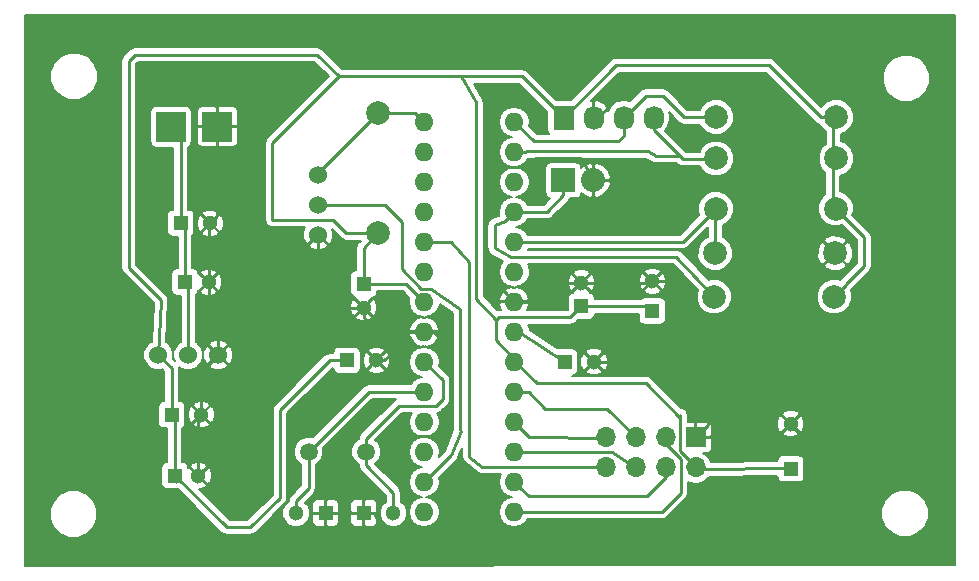
<source format=gbr>
G04 #@! TF.FileFunction,Copper,L2,Bot,Signal*
%FSLAX46Y46*%
G04 Gerber Fmt 4.6, Leading zero omitted, Abs format (unit mm)*
G04 Created by KiCad (PCBNEW 4.0.2+dfsg1-stable) date śro, 11 kwi 2018, 10:40:26*
%MOMM*%
G01*
G04 APERTURE LIST*
%ADD10C,0.100000*%
%ADD11R,1.700000X1.700000*%
%ADD12O,1.700000X1.700000*%
%ADD13R,1.300000X1.300000*%
%ADD14C,1.300000*%
%ADD15O,1.600000X1.600000*%
%ADD16R,1.727200X2.032000*%
%ADD17O,1.727200X2.032000*%
%ADD18R,2.499360X2.499360*%
%ADD19C,1.524000*%
%ADD20C,1.998980*%
%ADD21R,2.032000X2.032000*%
%ADD22O,2.032000X2.032000*%
%ADD23C,1.501140*%
%ADD24C,0.250000*%
%ADD25C,0.200000*%
G04 APERTURE END LIST*
D10*
D11*
X165240000Y-113970000D03*
D12*
X165240000Y-116510000D03*
X162700000Y-116510000D03*
X162700000Y-113970000D03*
X160160000Y-116510000D03*
X160160000Y-113970000D03*
X157620000Y-116510000D03*
X157620000Y-113970000D03*
D13*
X137130000Y-120370000D03*
D14*
X139630000Y-120370000D03*
D13*
X133890000Y-120370000D03*
D14*
X131390000Y-120370000D03*
D13*
X121120000Y-117200000D03*
D14*
X123120000Y-117200000D03*
D13*
X137120000Y-100970000D03*
D14*
X137120000Y-102970000D03*
D13*
X173280000Y-116620000D03*
D14*
X173280000Y-112820000D03*
D13*
X121980000Y-100820000D03*
D14*
X123980000Y-100820000D03*
D13*
X155550000Y-102870000D03*
D14*
X155550000Y-100870000D03*
D15*
X142250000Y-87250000D03*
X142250000Y-89790000D03*
X142250000Y-92330000D03*
X142250000Y-94870000D03*
X142250000Y-97410000D03*
X142250000Y-99950000D03*
X142250000Y-102490000D03*
X142250000Y-105030000D03*
X142250000Y-107570000D03*
X142250000Y-110110000D03*
X142250000Y-112650000D03*
X142250000Y-115190000D03*
X142250000Y-117730000D03*
X142250000Y-120270000D03*
X149870000Y-120270000D03*
X149870000Y-117730000D03*
X149870000Y-115190000D03*
X149870000Y-112650000D03*
X149870000Y-110110000D03*
X149870000Y-107570000D03*
X149870000Y-105030000D03*
X149870000Y-102490000D03*
X149870000Y-99950000D03*
X149870000Y-97410000D03*
X149870000Y-94870000D03*
X149870000Y-92330000D03*
X149870000Y-89790000D03*
X149870000Y-87250000D03*
D16*
X154040000Y-86910000D03*
D17*
X156580000Y-86910000D03*
X159120000Y-86910000D03*
X161660000Y-86910000D03*
D18*
X120801500Y-87660000D03*
X124738500Y-87660000D03*
D19*
X133270000Y-94290000D03*
X133270000Y-96830000D03*
X133270000Y-91750000D03*
D20*
X177090000Y-94600000D03*
X166930000Y-94600000D03*
X166880000Y-98370000D03*
X177040000Y-98370000D03*
X176970000Y-102040000D03*
X166810000Y-102040000D03*
D21*
X154030000Y-92200000D03*
D22*
X156570000Y-92200000D03*
D20*
X177130000Y-90350000D03*
X166970000Y-90350000D03*
X177130000Y-86840000D03*
X166970000Y-86840000D03*
X138360000Y-96670000D03*
X138360000Y-86510000D03*
D23*
X132449060Y-115170000D03*
X137330940Y-115170000D03*
D19*
X122270000Y-106990000D03*
X119730000Y-106990000D03*
X124810000Y-106990000D03*
D13*
X154120000Y-107570000D03*
D14*
X156620000Y-107570000D03*
D13*
X161570000Y-103250000D03*
D14*
X161570000Y-100750000D03*
D13*
X135700000Y-107450000D03*
D14*
X138200000Y-107450000D03*
D13*
X121620000Y-95830000D03*
D14*
X124120000Y-95830000D03*
D13*
X120870000Y-112040000D03*
D14*
X123370000Y-112040000D03*
D24*
X137120000Y-102970000D02*
X132570000Y-102970000D01*
X127180000Y-113140000D02*
X123120000Y-117200000D01*
X127180000Y-108360000D02*
X127180000Y-113140000D01*
X132570000Y-102970000D02*
X127180000Y-108360000D01*
X132875000Y-97225000D02*
X133270000Y-96830000D01*
X133270000Y-96830000D02*
X133270000Y-99120000D01*
X133270000Y-99120000D02*
X137120000Y-102970000D01*
X123120000Y-117200000D02*
X123120000Y-112290000D01*
X123120000Y-112290000D02*
X123370000Y-112040000D01*
X123370000Y-112040000D02*
X123370000Y-108430000D01*
X123370000Y-108430000D02*
X124810000Y-106990000D01*
X123980000Y-100820000D02*
X123980000Y-95970000D01*
X123980000Y-95970000D02*
X124120000Y-95830000D01*
X124738500Y-87660000D02*
X124738500Y-95211500D01*
X124738500Y-95211500D02*
X124120000Y-95830000D01*
X123980000Y-100820000D02*
X123980000Y-104430000D01*
X124810000Y-105260000D02*
X124810000Y-106990000D01*
X123980000Y-104430000D02*
X124810000Y-105260000D01*
X161570000Y-100750000D02*
X162670000Y-100750000D01*
X165150000Y-107310000D02*
X166270000Y-108430000D01*
X165150000Y-103230000D02*
X165150000Y-107310000D01*
X162670000Y-100750000D02*
X165150000Y-103230000D01*
X155550000Y-100870000D02*
X161450000Y-100870000D01*
X161450000Y-100870000D02*
X161570000Y-100750000D01*
X138200000Y-107450000D02*
X138840000Y-107440000D01*
X139820000Y-106460000D02*
X139820000Y-105030000D01*
X138840000Y-107440000D02*
X139820000Y-106460000D01*
X137120000Y-102970000D02*
X137120000Y-103840000D01*
X137120000Y-103840000D02*
X138310000Y-105030000D01*
X138310000Y-105030000D02*
X139820000Y-105030000D01*
X139820000Y-105030000D02*
X142250000Y-105030000D01*
X157780000Y-107570000D02*
X156620000Y-107570000D01*
X157760000Y-107570000D02*
X157780000Y-107570000D01*
X157780000Y-107570000D02*
X158820000Y-107570000D01*
X159680000Y-108430000D02*
X166270000Y-108430000D01*
X158820000Y-107570000D02*
X159680000Y-108430000D01*
X165240000Y-113970000D02*
X172130000Y-113970000D01*
X172130000Y-113970000D02*
X173280000Y-112820000D01*
X166270000Y-112940000D02*
X165240000Y-113970000D01*
X166270000Y-108430000D02*
X166270000Y-112940000D01*
X142250000Y-105030000D02*
X143090000Y-105030000D01*
X143090000Y-105030000D02*
X144620000Y-106530000D01*
X144620000Y-106530000D02*
X144620000Y-113130000D01*
X144620000Y-113130000D02*
X143440000Y-113880000D01*
X143440000Y-113880000D02*
X141490000Y-113880000D01*
X141490000Y-113880000D02*
X140820000Y-114550000D01*
X140820000Y-114550000D02*
X140820000Y-122605001D01*
X176084999Y-122605001D02*
X176024999Y-116134999D01*
X176024999Y-116134999D02*
X173280000Y-112820000D01*
X140820000Y-122605001D02*
X176084999Y-122605001D01*
X137130000Y-120370000D02*
X138030000Y-120370000D01*
X139115001Y-122605001D02*
X140820000Y-122605001D01*
X138030000Y-120370000D02*
X139115001Y-122605001D01*
X156570000Y-92200000D02*
X155480000Y-90340000D01*
X155480000Y-90340000D02*
X151675002Y-90340000D01*
X151675002Y-90340000D02*
X150160003Y-91054999D01*
X150160003Y-91054999D02*
X149369999Y-91054999D01*
X149369999Y-91054999D02*
X147464989Y-92300009D01*
X147464989Y-92300009D02*
X147464989Y-100974989D01*
X147464989Y-100974989D02*
X149070001Y-101690001D01*
X149070001Y-101690001D02*
X149870000Y-102490000D01*
X173450000Y-87450000D02*
X173450000Y-92030000D01*
X173450000Y-92030000D02*
X173450000Y-92400000D01*
X164620066Y-92589686D02*
X172890314Y-92589686D01*
X172890314Y-92589686D02*
X173450000Y-92030000D01*
X164439752Y-92770000D02*
X164489752Y-92720000D01*
X156570000Y-92200000D02*
X163869752Y-92200000D01*
X163869752Y-92200000D02*
X164439752Y-92770000D01*
X164489752Y-92720000D02*
X164589762Y-92619990D01*
X165480000Y-113420000D02*
X165240000Y-113970000D01*
X133060000Y-97040000D02*
X133270000Y-96830000D01*
X156570000Y-92200000D02*
X156570000Y-91730000D01*
X149870000Y-102490000D02*
X150820000Y-102490000D01*
X152440000Y-100870000D02*
X155550000Y-100870000D01*
X150820000Y-102490000D02*
X152440000Y-100870000D01*
X156580000Y-86910000D02*
X156920000Y-86910000D01*
X156920000Y-86910000D02*
X160040000Y-83790000D01*
X160040000Y-83790000D02*
X169790000Y-83790000D01*
X169790000Y-83790000D02*
X173450000Y-87450000D01*
X173450000Y-94780000D02*
X177040000Y-98370000D01*
X173450000Y-92400000D02*
X173450000Y-94780000D01*
X142250000Y-105030000D02*
X141750000Y-105030000D01*
X157760000Y-107570000D02*
X157734000Y-107569000D01*
X165168000Y-113999000D02*
X165295000Y-113999000D01*
X165295000Y-113999000D02*
X165240000Y-113970000D01*
X137120000Y-102970000D02*
X137160000Y-102997000D01*
X149870000Y-102490000D02*
X149860000Y-102489000D01*
X142240000Y-105029000D02*
X142250000Y-105030000D01*
X142250000Y-105030000D02*
X142240000Y-105029000D01*
X165240000Y-113970000D02*
X165295000Y-113999000D01*
X173329000Y-112883000D02*
X173280000Y-112820000D01*
X149870000Y-102490000D02*
X149860000Y-102489000D01*
X155575000Y-100838000D02*
X155550000Y-100870000D01*
X155550000Y-100870000D02*
X155575000Y-100838000D01*
X137130000Y-120370000D02*
X137160000Y-120396000D01*
X137160000Y-120396000D02*
X133858000Y-120396000D01*
X133858000Y-120396000D02*
X133890000Y-120370000D01*
X123550000Y-116730000D02*
X123190000Y-117090000D01*
X137330940Y-115170000D02*
X137330940Y-116340940D01*
X139630000Y-118640000D02*
X139630000Y-120370000D01*
X137330940Y-116340940D02*
X139630000Y-118640000D01*
X137330940Y-115170000D02*
X137330940Y-114069060D01*
X143810000Y-109130000D02*
X142250000Y-107570000D01*
X143810000Y-110750000D02*
X143810000Y-109130000D01*
X143250000Y-111310000D02*
X143810000Y-110750000D01*
X140090000Y-111310000D02*
X143250000Y-111310000D01*
X137330940Y-114069060D02*
X140090000Y-111310000D01*
X154120000Y-107570000D02*
X154141000Y-107569000D01*
X154141000Y-107569000D02*
X150241000Y-105029000D01*
X150241000Y-105029000D02*
X149860000Y-105029000D01*
X149860000Y-105029000D02*
X149870000Y-105030000D01*
X132449060Y-115170000D02*
X132449060Y-118280940D01*
X131390000Y-119340000D02*
X131390000Y-120370000D01*
X132449060Y-118280940D02*
X131390000Y-119340000D01*
X132449060Y-115170000D02*
X132461000Y-115189000D01*
X132461000Y-115189000D02*
X137541000Y-110109000D01*
X137541000Y-110109000D02*
X142240000Y-110109000D01*
X142240000Y-110109000D02*
X142250000Y-110110000D01*
X135700000Y-107450000D02*
X134230000Y-107450000D01*
X125510000Y-121590000D02*
X121120000Y-117200000D01*
X127520000Y-121590000D02*
X125510000Y-121590000D01*
X130030000Y-119080000D02*
X127520000Y-121590000D01*
X130030000Y-111650000D02*
X130030000Y-119080000D01*
X134230000Y-107450000D02*
X130030000Y-111650000D01*
X121120000Y-117200000D02*
X121120000Y-112290000D01*
X121120000Y-112290000D02*
X120870000Y-112040000D01*
X120870000Y-112040000D02*
X120870000Y-108130000D01*
X120870000Y-108130000D02*
X119730000Y-106990000D01*
X155550000Y-102870000D02*
X161190000Y-102870000D01*
X161190000Y-102870000D02*
X161570000Y-103250000D01*
X149870000Y-107570000D02*
X149970000Y-107570000D01*
X149970000Y-107570000D02*
X151750000Y-109350000D01*
X161010000Y-109350000D02*
X163940000Y-112280000D01*
X151750000Y-109350000D02*
X161010000Y-109350000D01*
X163940000Y-115143602D02*
X163940000Y-112280000D01*
X163940000Y-112280000D02*
X163940000Y-112050000D01*
X163940000Y-115143602D02*
X165240000Y-116443602D01*
X165240000Y-116510000D02*
X165240000Y-116443602D01*
X119730000Y-106990000D02*
X119960000Y-102360000D01*
X133200000Y-81570000D02*
X135030000Y-83400000D01*
X117730000Y-81570000D02*
X133200000Y-81570000D01*
X117230000Y-82070000D02*
X117730000Y-81570000D01*
X117230000Y-99630000D02*
X117230000Y-82070000D01*
X119960000Y-102360000D02*
X117230000Y-99630000D01*
X129390000Y-95550000D02*
X129390000Y-89040000D01*
X135660000Y-96670000D02*
X134550000Y-95560000D01*
X138360000Y-96670000D02*
X135660000Y-96670000D01*
X134550000Y-95560000D02*
X129400000Y-95560000D01*
X129390000Y-89040000D02*
X135030000Y-83400000D01*
X129400000Y-95560000D02*
X129390000Y-95550000D01*
X135030000Y-83400000D02*
X145340000Y-83400000D01*
X146640000Y-85550000D02*
X145340000Y-83400000D01*
X121190000Y-117090000D02*
X121190000Y-117720000D01*
X121160000Y-117060000D02*
X121190000Y-117090000D01*
X179490000Y-98650000D02*
X179490000Y-98440000D01*
X179490000Y-98440000D02*
X179490000Y-97000000D01*
X177969489Y-101000511D02*
X179490000Y-99480000D01*
X179490000Y-99480000D02*
X179490000Y-98440000D01*
X176970000Y-102040000D02*
X177969489Y-101040511D01*
X177969489Y-101040511D02*
X177969489Y-101000511D01*
X145340000Y-83400000D02*
X147490000Y-83400000D01*
X146640000Y-102270000D02*
X146640000Y-85550000D01*
X146640000Y-102270000D02*
X148330000Y-104030000D01*
X150530000Y-83400000D02*
X154040000Y-86910000D01*
X147490000Y-83400000D02*
X150530000Y-83400000D01*
X149870000Y-107570000D02*
X149870000Y-107290000D01*
X149870000Y-107290000D02*
X148330000Y-105750000D01*
X148330000Y-105750000D02*
X148330000Y-104030000D01*
X154620000Y-103800000D02*
X155550000Y-102870000D01*
X148330000Y-104030000D02*
X148560000Y-103800000D01*
X148560000Y-103800000D02*
X154620000Y-103800000D01*
X179490000Y-97000000D02*
X177090000Y-94600000D01*
X176890000Y-86870000D02*
X175860000Y-86870000D01*
X158500000Y-82450000D02*
X154040000Y-86910000D01*
X171440000Y-82450000D02*
X158500000Y-82450000D01*
X175860000Y-86870000D02*
X171440000Y-82450000D01*
X176830000Y-90390000D02*
X176830000Y-94340000D01*
X176830000Y-94340000D02*
X177090000Y-94600000D01*
X176890000Y-86870000D02*
X176890000Y-90330000D01*
X176890000Y-90330000D02*
X176830000Y-90390000D01*
X176960000Y-90640000D02*
X176911000Y-90678000D01*
X177040000Y-86790000D02*
X177038000Y-86741000D01*
X177090000Y-94600000D02*
X176410000Y-94600000D01*
X137120000Y-101210000D02*
X137120000Y-100970000D01*
X137120000Y-100970000D02*
X137120000Y-97910000D01*
X137120000Y-97910000D02*
X138360000Y-96670000D01*
X142240000Y-102489000D02*
X140716000Y-100965000D01*
X140716000Y-100965000D02*
X137160000Y-100965000D01*
X149860000Y-107569000D02*
X149870000Y-107570000D01*
X155550000Y-102870000D02*
X155575000Y-102870000D01*
X161591000Y-103253000D02*
X161570000Y-103250000D01*
X177038000Y-94615000D02*
X177090000Y-94600000D01*
X154051000Y-86868000D02*
X154040000Y-86910000D01*
X142250000Y-102490000D02*
X142240000Y-102489000D01*
X137160000Y-100965000D02*
X137120000Y-100970000D01*
X165240000Y-116510000D02*
X165295000Y-116539000D01*
X165295000Y-116539000D02*
X165422000Y-116666000D01*
X165422000Y-116666000D02*
X173329000Y-116566000D01*
X173329000Y-116566000D02*
X173280000Y-116620000D01*
X133270000Y-91750000D02*
X133270000Y-91600000D01*
X133270000Y-91600000D02*
X138360000Y-86510000D01*
X142250000Y-87250000D02*
X142240000Y-87249000D01*
X142240000Y-87249000D02*
X141478000Y-86487000D01*
X141478000Y-86487000D02*
X138303000Y-86487000D01*
X138303000Y-86487000D02*
X138360000Y-86510000D01*
X157620000Y-116510000D02*
X147110000Y-116430000D01*
X144540000Y-97410000D02*
X142250000Y-97410000D01*
X146070000Y-99140000D02*
X144540000Y-97410000D01*
X146070000Y-115590000D02*
X146070000Y-99140000D01*
X147110000Y-116430000D02*
X146070000Y-115590000D01*
X133270000Y-94290000D02*
X138880000Y-94290000D01*
X140340000Y-99730000D02*
X141974999Y-101364999D01*
X138880000Y-94290000D02*
X140340000Y-95750000D01*
X140340000Y-95750000D02*
X140340000Y-99730000D01*
X144550000Y-115430000D02*
X142250000Y-117730000D01*
X141974999Y-101364999D02*
X142790001Y-101364999D01*
X145300000Y-103104998D02*
X145300000Y-113370000D01*
X142790001Y-101364999D02*
X145300000Y-103104998D01*
X145300000Y-113370000D02*
X145320000Y-113390000D01*
X145320000Y-113390000D02*
X144550000Y-115430000D01*
X162700000Y-113970000D02*
X162700000Y-114540000D01*
X162700000Y-114540000D02*
X163980000Y-115820000D01*
X162350000Y-120270000D02*
X149870000Y-120270000D01*
X163980000Y-118640000D02*
X162350000Y-120270000D01*
X163980000Y-115820000D02*
X163980000Y-118640000D01*
X162700000Y-113970000D02*
X162700000Y-114550000D01*
X149870000Y-120270000D02*
X149860000Y-120269000D01*
X162700000Y-116510000D02*
X162700000Y-117340000D01*
X162700000Y-117340000D02*
X161090000Y-118950000D01*
X151090000Y-118950000D02*
X149870000Y-117730000D01*
X161090000Y-118950000D02*
X151090000Y-118950000D01*
X162700000Y-116510000D02*
X162755000Y-116539000D01*
X150310000Y-118369000D02*
X150320000Y-118370000D01*
X160160000Y-116510000D02*
X160215000Y-116539000D01*
X160215000Y-116539000D02*
X158115000Y-115189000D01*
X158115000Y-115189000D02*
X149860000Y-115189000D01*
X149860000Y-115189000D02*
X149870000Y-115190000D01*
X149870000Y-112650000D02*
X149860000Y-112649000D01*
X149860000Y-112649000D02*
X151130000Y-113919000D01*
X151130000Y-113919000D02*
X157675000Y-113999000D01*
X157675000Y-113999000D02*
X157620000Y-113970000D01*
X149870000Y-110110000D02*
X151100000Y-110110000D01*
X157710000Y-111520000D02*
X160160000Y-113970000D01*
X152510000Y-111520000D02*
X157710000Y-111520000D01*
X151100000Y-110110000D02*
X152510000Y-111520000D01*
X160160000Y-113970000D02*
X160215000Y-113999000D01*
X149860000Y-110109000D02*
X149870000Y-110110000D01*
X149870000Y-97410000D02*
X164120000Y-97410000D01*
X164120000Y-97410000D02*
X166930000Y-94600000D01*
X166880000Y-98370000D02*
X166880000Y-94650000D01*
X166880000Y-94650000D02*
X166930000Y-94600000D01*
X149870000Y-97410000D02*
X149860000Y-97409000D01*
X166878000Y-98425000D02*
X166880000Y-98370000D01*
X149870000Y-94870000D02*
X152626000Y-94870000D01*
X152626000Y-94870000D02*
X154030000Y-93466000D01*
X154030000Y-93466000D02*
X154030000Y-92200000D01*
X166810000Y-102040000D02*
X163594999Y-98684999D01*
X163594999Y-98684999D02*
X149619997Y-98684999D01*
X149619997Y-98684999D02*
X148214999Y-97950001D01*
X148214999Y-97950001D02*
X148214999Y-95995001D01*
X148214999Y-95995001D02*
X149070001Y-95669999D01*
X149070001Y-95669999D02*
X149870000Y-94870000D01*
X149870000Y-94870000D02*
X149860000Y-94869000D01*
X149860000Y-94869000D02*
X149987000Y-94742000D01*
X149870000Y-89790000D02*
X150690000Y-89790000D01*
X163860000Y-90130000D02*
X164120000Y-90390000D01*
X161860000Y-90130000D02*
X163860000Y-90130000D01*
X161220000Y-89740000D02*
X161860000Y-90130000D01*
X150990000Y-89740000D02*
X161220000Y-89740000D01*
X150690000Y-89790000D02*
X150990000Y-89740000D01*
X161660000Y-86910000D02*
X161660000Y-87930000D01*
X161660000Y-87930000D02*
X164120000Y-90390000D01*
X164120000Y-90390000D02*
X166670000Y-90390000D01*
X166880000Y-90560000D02*
X166800000Y-90640000D01*
X149870000Y-89790000D02*
X150600000Y-89790000D01*
X149860000Y-89789000D02*
X149870000Y-89790000D01*
X159120000Y-86910000D02*
X159120000Y-88460000D01*
X151530000Y-88910000D02*
X149870000Y-87250000D01*
X158670000Y-88910000D02*
X151530000Y-88910000D01*
X159120000Y-88460000D02*
X158670000Y-88910000D01*
X166730000Y-86870000D02*
X164270000Y-86870000D01*
X161010000Y-85020000D02*
X159120000Y-86910000D01*
X162420000Y-85020000D02*
X161010000Y-85020000D01*
X164270000Y-86870000D02*
X162420000Y-85020000D01*
X166880000Y-86790000D02*
X166878000Y-86741000D01*
X159131000Y-86868000D02*
X159120000Y-86910000D01*
X159120000Y-86910000D02*
X159131000Y-86868000D01*
X149860000Y-87249000D02*
X149870000Y-87250000D01*
X121620000Y-95830000D02*
X121620000Y-88478500D01*
X121620000Y-88478500D02*
X120801500Y-87660000D01*
X121980000Y-100820000D02*
X121980000Y-96190000D01*
X121980000Y-96190000D02*
X121620000Y-95830000D01*
X122270000Y-106990000D02*
X122270000Y-101110000D01*
X122270000Y-101110000D02*
X121980000Y-100820000D01*
D25*
G36*
X187150000Y-124800063D02*
X108400000Y-124849937D01*
X108400000Y-120846079D01*
X110549654Y-120846079D01*
X110853494Y-121581429D01*
X111415612Y-122144529D01*
X112150430Y-122449652D01*
X112946079Y-122450346D01*
X113681429Y-122146506D01*
X114244529Y-121584388D01*
X114549652Y-120849570D01*
X114550346Y-120053921D01*
X114246506Y-119318571D01*
X113684388Y-118755471D01*
X112949570Y-118450348D01*
X112153921Y-118449654D01*
X111418571Y-118753494D01*
X110855471Y-119315612D01*
X110550348Y-120050430D01*
X110549654Y-120846079D01*
X108400000Y-120846079D01*
X108400000Y-83796079D01*
X110599654Y-83796079D01*
X110903494Y-84531429D01*
X111465612Y-85094529D01*
X112200430Y-85399652D01*
X112996079Y-85400346D01*
X113731429Y-85096506D01*
X114294529Y-84534388D01*
X114599652Y-83799570D01*
X114600346Y-83003921D01*
X114296506Y-82268571D01*
X114098282Y-82070000D01*
X116605000Y-82070000D01*
X116605000Y-99630000D01*
X116652575Y-99869177D01*
X116788058Y-100071942D01*
X119322014Y-102605898D01*
X119160369Y-105859881D01*
X119016068Y-105919505D01*
X118660752Y-106274201D01*
X118468220Y-106737871D01*
X118467781Y-107239926D01*
X118659505Y-107703932D01*
X119014201Y-108059248D01*
X119477871Y-108251780D01*
X119979926Y-108252219D01*
X120070791Y-108214674D01*
X120245000Y-108388883D01*
X120245000Y-110880205D01*
X120220000Y-110880205D01*
X120034711Y-110915069D01*
X119864535Y-111024575D01*
X119750370Y-111191661D01*
X119710205Y-111390000D01*
X119710205Y-112690000D01*
X119745069Y-112875289D01*
X119854575Y-113045465D01*
X120021661Y-113159630D01*
X120220000Y-113199795D01*
X120495000Y-113199795D01*
X120495000Y-116040205D01*
X120470000Y-116040205D01*
X120284711Y-116075069D01*
X120114535Y-116184575D01*
X120000370Y-116351661D01*
X119960205Y-116550000D01*
X119960205Y-117850000D01*
X119995069Y-118035289D01*
X120104575Y-118205465D01*
X120271661Y-118319630D01*
X120470000Y-118359795D01*
X121395911Y-118359795D01*
X125068056Y-122031939D01*
X125068058Y-122031942D01*
X125270823Y-122167425D01*
X125510000Y-122215001D01*
X125510005Y-122215000D01*
X127520000Y-122215000D01*
X127759177Y-122167425D01*
X127961942Y-122031942D01*
X130471942Y-119521942D01*
X130607425Y-119319177D01*
X130655000Y-119080000D01*
X130655000Y-111908884D01*
X134488884Y-108075000D01*
X134540205Y-108075000D01*
X134540205Y-108100000D01*
X134575069Y-108285289D01*
X134684575Y-108455465D01*
X134851661Y-108569630D01*
X135050000Y-108609795D01*
X136350000Y-108609795D01*
X136535289Y-108574931D01*
X136705465Y-108465425D01*
X136819630Y-108298339D01*
X136835119Y-108221852D01*
X137491788Y-108221852D01*
X137547718Y-108424348D01*
X137970237Y-108599798D01*
X138427735Y-108600201D01*
X138850563Y-108425497D01*
X138852282Y-108424348D01*
X138908212Y-108221852D01*
X138200000Y-107513640D01*
X137491788Y-108221852D01*
X136835119Y-108221852D01*
X136859795Y-108100000D01*
X136859795Y-107677735D01*
X137049799Y-107677735D01*
X137224503Y-108100563D01*
X137225652Y-108102282D01*
X137428148Y-108158212D01*
X138136360Y-107450000D01*
X138263640Y-107450000D01*
X138971852Y-108158212D01*
X139174348Y-108102282D01*
X139349798Y-107679763D01*
X139350201Y-107222265D01*
X139175497Y-106799437D01*
X139174348Y-106797718D01*
X138971852Y-106741788D01*
X138263640Y-107450000D01*
X138136360Y-107450000D01*
X137428148Y-106741788D01*
X137225652Y-106797718D01*
X137050202Y-107220237D01*
X137049799Y-107677735D01*
X136859795Y-107677735D01*
X136859795Y-106800000D01*
X136836868Y-106678148D01*
X137491788Y-106678148D01*
X138200000Y-107386360D01*
X138908212Y-106678148D01*
X138852282Y-106475652D01*
X138429763Y-106300202D01*
X137972265Y-106299799D01*
X137549437Y-106474503D01*
X137547718Y-106475652D01*
X137491788Y-106678148D01*
X136836868Y-106678148D01*
X136824931Y-106614711D01*
X136715425Y-106444535D01*
X136548339Y-106330370D01*
X136350000Y-106290205D01*
X135050000Y-106290205D01*
X134864711Y-106325069D01*
X134694535Y-106434575D01*
X134580370Y-106601661D01*
X134540205Y-106800000D01*
X134540205Y-106825000D01*
X134230000Y-106825000D01*
X133990823Y-106872575D01*
X133788058Y-107008058D01*
X129588058Y-111208058D01*
X129452575Y-111410823D01*
X129405000Y-111650000D01*
X129405000Y-118821116D01*
X127261116Y-120965000D01*
X125768883Y-120965000D01*
X123153914Y-118350030D01*
X123347735Y-118350201D01*
X123770563Y-118175497D01*
X123772282Y-118174348D01*
X123828212Y-117971852D01*
X123120000Y-117263640D01*
X123105858Y-117277782D01*
X123042218Y-117214142D01*
X123056360Y-117200000D01*
X123183640Y-117200000D01*
X123891852Y-117908212D01*
X124094348Y-117852282D01*
X124269798Y-117429763D01*
X124270201Y-116972265D01*
X124095497Y-116549437D01*
X124094348Y-116547718D01*
X123891852Y-116491788D01*
X123183640Y-117200000D01*
X123056360Y-117200000D01*
X122348148Y-116491788D01*
X122272760Y-116512610D01*
X122256868Y-116428148D01*
X122411788Y-116428148D01*
X123120000Y-117136360D01*
X123828212Y-116428148D01*
X123772282Y-116225652D01*
X123349763Y-116050202D01*
X122892265Y-116049799D01*
X122469437Y-116224503D01*
X122467718Y-116225652D01*
X122411788Y-116428148D01*
X122256868Y-116428148D01*
X122244931Y-116364711D01*
X122135425Y-116194535D01*
X121968339Y-116080370D01*
X121770000Y-116040205D01*
X121745000Y-116040205D01*
X121745000Y-113139377D01*
X121875465Y-113055425D01*
X121989630Y-112888339D01*
X122005119Y-112811852D01*
X122661788Y-112811852D01*
X122717718Y-113014348D01*
X123140237Y-113189798D01*
X123597735Y-113190201D01*
X124020563Y-113015497D01*
X124022282Y-113014348D01*
X124078212Y-112811852D01*
X123370000Y-112103640D01*
X122661788Y-112811852D01*
X122005119Y-112811852D01*
X122029795Y-112690000D01*
X122029795Y-112267735D01*
X122219799Y-112267735D01*
X122394503Y-112690563D01*
X122395652Y-112692282D01*
X122598148Y-112748212D01*
X123306360Y-112040000D01*
X123433640Y-112040000D01*
X124141852Y-112748212D01*
X124344348Y-112692282D01*
X124519798Y-112269763D01*
X124520201Y-111812265D01*
X124345497Y-111389437D01*
X124344348Y-111387718D01*
X124141852Y-111331788D01*
X123433640Y-112040000D01*
X123306360Y-112040000D01*
X122598148Y-111331788D01*
X122395652Y-111387718D01*
X122220202Y-111810237D01*
X122219799Y-112267735D01*
X122029795Y-112267735D01*
X122029795Y-111390000D01*
X122006868Y-111268148D01*
X122661788Y-111268148D01*
X123370000Y-111976360D01*
X124078212Y-111268148D01*
X124022282Y-111065652D01*
X123599763Y-110890202D01*
X123142265Y-110889799D01*
X122719437Y-111064503D01*
X122717718Y-111065652D01*
X122661788Y-111268148D01*
X122006868Y-111268148D01*
X121994931Y-111204711D01*
X121885425Y-111034535D01*
X121718339Y-110920370D01*
X121520000Y-110880205D01*
X121495000Y-110880205D01*
X121495000Y-108130000D01*
X121462693Y-107967580D01*
X121554201Y-108059248D01*
X122017871Y-108251780D01*
X122519926Y-108252219D01*
X122983932Y-108060495D01*
X123202141Y-107842666D01*
X124020973Y-107842666D01*
X124090551Y-108056795D01*
X124553561Y-108250911D01*
X125055611Y-108253065D01*
X125520269Y-108062928D01*
X125529449Y-108056795D01*
X125599027Y-107842666D01*
X124810000Y-107053640D01*
X124020973Y-107842666D01*
X123202141Y-107842666D01*
X123339248Y-107705799D01*
X123531780Y-107242129D01*
X123531785Y-107235611D01*
X123546935Y-107235611D01*
X123737072Y-107700269D01*
X123743205Y-107709449D01*
X123957334Y-107779027D01*
X124746360Y-106990000D01*
X124873640Y-106990000D01*
X125662666Y-107779027D01*
X125876795Y-107709449D01*
X126070911Y-107246439D01*
X126073065Y-106744389D01*
X125882928Y-106279731D01*
X125876795Y-106270551D01*
X125662666Y-106200973D01*
X124873640Y-106990000D01*
X124746360Y-106990000D01*
X123957334Y-106200973D01*
X123743205Y-106270551D01*
X123549089Y-106733561D01*
X123546935Y-107235611D01*
X123531785Y-107235611D01*
X123532219Y-106740074D01*
X123340495Y-106276068D01*
X123202004Y-106137334D01*
X124020973Y-106137334D01*
X124810000Y-106926360D01*
X125599027Y-106137334D01*
X125529449Y-105923205D01*
X125066439Y-105729089D01*
X124564389Y-105726935D01*
X124099731Y-105917072D01*
X124090551Y-105923205D01*
X124020973Y-106137334D01*
X123202004Y-106137334D01*
X122985799Y-105920752D01*
X122895000Y-105883049D01*
X122895000Y-103741852D01*
X136411788Y-103741852D01*
X136467718Y-103944348D01*
X136890237Y-104119798D01*
X137347735Y-104120201D01*
X137770563Y-103945497D01*
X137772282Y-103944348D01*
X137828212Y-103741852D01*
X137120000Y-103033640D01*
X136411788Y-103741852D01*
X122895000Y-103741852D01*
X122895000Y-103197735D01*
X135969799Y-103197735D01*
X136144503Y-103620563D01*
X136145652Y-103622282D01*
X136348148Y-103678212D01*
X137056360Y-102970000D01*
X137183640Y-102970000D01*
X137891852Y-103678212D01*
X138094348Y-103622282D01*
X138269798Y-103199763D01*
X138270201Y-102742265D01*
X138095497Y-102319437D01*
X138094348Y-102317718D01*
X137891852Y-102261788D01*
X137183640Y-102970000D01*
X137056360Y-102970000D01*
X136348148Y-102261788D01*
X136145652Y-102317718D01*
X135970202Y-102740237D01*
X135969799Y-103197735D01*
X122895000Y-103197735D01*
X122895000Y-101893638D01*
X122985465Y-101835425D01*
X123099630Y-101668339D01*
X123115119Y-101591852D01*
X123271788Y-101591852D01*
X123327718Y-101794348D01*
X123750237Y-101969798D01*
X124207735Y-101970201D01*
X124630563Y-101795497D01*
X124632282Y-101794348D01*
X124688212Y-101591852D01*
X123980000Y-100883640D01*
X123271788Y-101591852D01*
X123115119Y-101591852D01*
X123132252Y-101507249D01*
X123208148Y-101528212D01*
X123916360Y-100820000D01*
X124043640Y-100820000D01*
X124751852Y-101528212D01*
X124954348Y-101472282D01*
X125129798Y-101049763D01*
X125130201Y-100592265D01*
X124955497Y-100169437D01*
X124954348Y-100167718D01*
X124751852Y-100111788D01*
X124043640Y-100820000D01*
X123916360Y-100820000D01*
X123208148Y-100111788D01*
X123132760Y-100132610D01*
X123116868Y-100048148D01*
X123271788Y-100048148D01*
X123980000Y-100756360D01*
X124688212Y-100048148D01*
X124632282Y-99845652D01*
X124209763Y-99670202D01*
X123752265Y-99669799D01*
X123329437Y-99844503D01*
X123327718Y-99845652D01*
X123271788Y-100048148D01*
X123116868Y-100048148D01*
X123104931Y-99984711D01*
X122995425Y-99814535D01*
X122828339Y-99700370D01*
X122630000Y-99660205D01*
X122605000Y-99660205D01*
X122605000Y-97682666D01*
X132480973Y-97682666D01*
X132550551Y-97896795D01*
X133013561Y-98090911D01*
X133515611Y-98093065D01*
X133980269Y-97902928D01*
X133989449Y-97896795D01*
X134059027Y-97682666D01*
X133270000Y-96893640D01*
X132480973Y-97682666D01*
X122605000Y-97682666D01*
X122605000Y-96858594D01*
X122625465Y-96845425D01*
X122739630Y-96678339D01*
X122755119Y-96601852D01*
X123411788Y-96601852D01*
X123467718Y-96804348D01*
X123890237Y-96979798D01*
X124347735Y-96980201D01*
X124770563Y-96805497D01*
X124772282Y-96804348D01*
X124828212Y-96601852D01*
X124120000Y-95893640D01*
X123411788Y-96601852D01*
X122755119Y-96601852D01*
X122779795Y-96480000D01*
X122779795Y-96057735D01*
X122969799Y-96057735D01*
X123144503Y-96480563D01*
X123145652Y-96482282D01*
X123348148Y-96538212D01*
X124056360Y-95830000D01*
X124183640Y-95830000D01*
X124891852Y-96538212D01*
X125094348Y-96482282D01*
X125269798Y-96059763D01*
X125270201Y-95602265D01*
X125095497Y-95179437D01*
X125094348Y-95177718D01*
X124891852Y-95121788D01*
X124183640Y-95830000D01*
X124056360Y-95830000D01*
X123348148Y-95121788D01*
X123145652Y-95177718D01*
X122970202Y-95600237D01*
X122969799Y-96057735D01*
X122779795Y-96057735D01*
X122779795Y-95180000D01*
X122756868Y-95058148D01*
X123411788Y-95058148D01*
X124120000Y-95766360D01*
X124828212Y-95058148D01*
X124772282Y-94855652D01*
X124349763Y-94680202D01*
X123892265Y-94679799D01*
X123469437Y-94854503D01*
X123467718Y-94855652D01*
X123411788Y-95058148D01*
X122756868Y-95058148D01*
X122744931Y-94994711D01*
X122635425Y-94824535D01*
X122468339Y-94710370D01*
X122270000Y-94670205D01*
X122245000Y-94670205D01*
X122245000Y-89379121D01*
X122406645Y-89275105D01*
X122520810Y-89108019D01*
X122560975Y-88909680D01*
X122560975Y-87830000D01*
X122988820Y-87830000D01*
X122988820Y-89009136D01*
X123064941Y-89192907D01*
X123205593Y-89333560D01*
X123389364Y-89409680D01*
X124568500Y-89409680D01*
X124693500Y-89284680D01*
X124693500Y-87705000D01*
X124783500Y-87705000D01*
X124783500Y-89284680D01*
X124908500Y-89409680D01*
X126087636Y-89409680D01*
X126271407Y-89333560D01*
X126412059Y-89192907D01*
X126488180Y-89009136D01*
X126488180Y-87830000D01*
X126363180Y-87705000D01*
X124783500Y-87705000D01*
X124693500Y-87705000D01*
X123113820Y-87705000D01*
X122988820Y-87830000D01*
X122560975Y-87830000D01*
X122560975Y-86410320D01*
X122542262Y-86310864D01*
X122988820Y-86310864D01*
X122988820Y-87490000D01*
X123113820Y-87615000D01*
X124693500Y-87615000D01*
X124693500Y-86035320D01*
X124783500Y-86035320D01*
X124783500Y-87615000D01*
X126363180Y-87615000D01*
X126488180Y-87490000D01*
X126488180Y-86310864D01*
X126412059Y-86127093D01*
X126271407Y-85986440D01*
X126087636Y-85910320D01*
X124908500Y-85910320D01*
X124783500Y-86035320D01*
X124693500Y-86035320D01*
X124568500Y-85910320D01*
X123389364Y-85910320D01*
X123205593Y-85986440D01*
X123064941Y-86127093D01*
X122988820Y-86310864D01*
X122542262Y-86310864D01*
X122526111Y-86225031D01*
X122416605Y-86054855D01*
X122249519Y-85940690D01*
X122051180Y-85900525D01*
X119551820Y-85900525D01*
X119366531Y-85935389D01*
X119196355Y-86044895D01*
X119082190Y-86211981D01*
X119042025Y-86410320D01*
X119042025Y-88909680D01*
X119076889Y-89094969D01*
X119186395Y-89265145D01*
X119353481Y-89379310D01*
X119551820Y-89419475D01*
X120995000Y-89419475D01*
X120995000Y-94670205D01*
X120970000Y-94670205D01*
X120784711Y-94705069D01*
X120614535Y-94814575D01*
X120500370Y-94981661D01*
X120460205Y-95180000D01*
X120460205Y-96480000D01*
X120495069Y-96665289D01*
X120604575Y-96835465D01*
X120771661Y-96949630D01*
X120970000Y-96989795D01*
X121355000Y-96989795D01*
X121355000Y-99660205D01*
X121330000Y-99660205D01*
X121144711Y-99695069D01*
X120974535Y-99804575D01*
X120860370Y-99971661D01*
X120820205Y-100170000D01*
X120820205Y-101470000D01*
X120855069Y-101655289D01*
X120964575Y-101825465D01*
X121131661Y-101939630D01*
X121330000Y-101979795D01*
X121645000Y-101979795D01*
X121645000Y-105882759D01*
X121556068Y-105919505D01*
X121200752Y-106274201D01*
X121008220Y-106737871D01*
X121007781Y-107239926D01*
X121109157Y-107485274D01*
X120954879Y-107330996D01*
X120991780Y-107242129D01*
X120992219Y-106740074D01*
X120800495Y-106276068D01*
X120445799Y-105920752D01*
X120409632Y-105905734D01*
X120584230Y-102391010D01*
X120581929Y-102375439D01*
X120585000Y-102360000D01*
X120564181Y-102255336D01*
X120548581Y-102149767D01*
X120540496Y-102136261D01*
X120537425Y-102120823D01*
X120478140Y-102032097D01*
X120423325Y-101940529D01*
X120410686Y-101931145D01*
X120401942Y-101918058D01*
X117855000Y-99371116D01*
X117855000Y-82328884D01*
X117988884Y-82195000D01*
X132941116Y-82195000D01*
X134146116Y-83400000D01*
X128948058Y-88598058D01*
X128812575Y-88800823D01*
X128765000Y-89040000D01*
X128765000Y-95550000D01*
X128812575Y-95789177D01*
X128948058Y-95991942D01*
X128958058Y-96001942D01*
X129160822Y-96137425D01*
X129400000Y-96185000D01*
X132171992Y-96185000D01*
X132009089Y-96573561D01*
X132006935Y-97075611D01*
X132197072Y-97540269D01*
X132203205Y-97549449D01*
X132417334Y-97619027D01*
X133206360Y-96830000D01*
X133192218Y-96815858D01*
X133255858Y-96752218D01*
X133270000Y-96766360D01*
X133284142Y-96752218D01*
X133347782Y-96815858D01*
X133333640Y-96830000D01*
X134122666Y-97619027D01*
X134336795Y-97549449D01*
X134530911Y-97086439D01*
X134533065Y-96584389D01*
X134424020Y-96317904D01*
X135218058Y-97111942D01*
X135420823Y-97247425D01*
X135660000Y-97295000D01*
X136851116Y-97295000D01*
X136678058Y-97468058D01*
X136542575Y-97670823D01*
X136495000Y-97910000D01*
X136495000Y-99810205D01*
X136470000Y-99810205D01*
X136284711Y-99845069D01*
X136114535Y-99954575D01*
X136000370Y-100121661D01*
X135960205Y-100320000D01*
X135960205Y-101620000D01*
X135995069Y-101805289D01*
X136104575Y-101975465D01*
X136271661Y-102089630D01*
X136432751Y-102122252D01*
X136411788Y-102198148D01*
X137120000Y-102906360D01*
X137828212Y-102198148D01*
X137807390Y-102122760D01*
X137955289Y-102094931D01*
X138125465Y-101985425D01*
X138239630Y-101818339D01*
X138279795Y-101620000D01*
X138279795Y-101590000D01*
X140457116Y-101590000D01*
X140996302Y-102129185D01*
X140924531Y-102490000D01*
X141023488Y-102987488D01*
X141305292Y-103409239D01*
X141727043Y-103691043D01*
X142204998Y-103786115D01*
X142204998Y-103855774D01*
X142002310Y-103753810D01*
X141532788Y-103945741D01*
X141172455Y-104302740D01*
X140976168Y-104770458D01*
X140973814Y-104782311D01*
X141075862Y-104985000D01*
X142205000Y-104985000D01*
X142205000Y-104965000D01*
X142295000Y-104965000D01*
X142295000Y-104985000D01*
X143424138Y-104985000D01*
X143526186Y-104782311D01*
X143523832Y-104770458D01*
X143327545Y-104302740D01*
X142967212Y-103945741D01*
X142497690Y-103753810D01*
X142295002Y-103855774D01*
X142295002Y-103786115D01*
X142772957Y-103691043D01*
X143194708Y-103409239D01*
X143476512Y-102987488D01*
X143544004Y-102648184D01*
X144675000Y-103432221D01*
X144675000Y-113328960D01*
X144012827Y-115083289D01*
X143493368Y-115602748D01*
X143575469Y-115190000D01*
X143476512Y-114692512D01*
X143194708Y-114270761D01*
X142772957Y-113988957D01*
X142426288Y-113920000D01*
X142772957Y-113851043D01*
X143194708Y-113569239D01*
X143476512Y-113147488D01*
X143575469Y-112650000D01*
X143476512Y-112152512D01*
X143321652Y-111920748D01*
X143489177Y-111887425D01*
X143691942Y-111751942D01*
X144251939Y-111191944D01*
X144251942Y-111191942D01*
X144387425Y-110989177D01*
X144396695Y-110942575D01*
X144435001Y-110750000D01*
X144435000Y-110749995D01*
X144435000Y-109130000D01*
X144387425Y-108890823D01*
X144387425Y-108890822D01*
X144251942Y-108688058D01*
X143502205Y-107938321D01*
X143575469Y-107570000D01*
X143476512Y-107072512D01*
X143194708Y-106650761D01*
X142772957Y-106368957D01*
X142295002Y-106273885D01*
X142295002Y-106204226D01*
X142497690Y-106306190D01*
X142967212Y-106114259D01*
X143327545Y-105757260D01*
X143523832Y-105289542D01*
X143526186Y-105277689D01*
X143424138Y-105075000D01*
X142295000Y-105075000D01*
X142295000Y-105095000D01*
X142205000Y-105095000D01*
X142205000Y-105075000D01*
X141075862Y-105075000D01*
X140973814Y-105277689D01*
X140976168Y-105289542D01*
X141172455Y-105757260D01*
X141532788Y-106114259D01*
X142002310Y-106306190D01*
X142204998Y-106204226D01*
X142204998Y-106273885D01*
X141727043Y-106368957D01*
X141305292Y-106650761D01*
X141023488Y-107072512D01*
X140924531Y-107570000D01*
X141023488Y-108067488D01*
X141305292Y-108489239D01*
X141727043Y-108771043D01*
X142073712Y-108840000D01*
X141727043Y-108908957D01*
X141305292Y-109190761D01*
X141109357Y-109484000D01*
X137541000Y-109484000D01*
X137301823Y-109531575D01*
X137099058Y-109667058D01*
X132803172Y-113962944D01*
X132698905Y-113919648D01*
X132201398Y-113919214D01*
X131741595Y-114109200D01*
X131389497Y-114460684D01*
X131198708Y-114920155D01*
X131198274Y-115417662D01*
X131388260Y-115877465D01*
X131739744Y-116229563D01*
X131824060Y-116264574D01*
X131824060Y-118022056D01*
X130948058Y-118898058D01*
X130812575Y-119100823D01*
X130765000Y-119340000D01*
X130765000Y-119383943D01*
X130739428Y-119394509D01*
X130415646Y-119717727D01*
X130240200Y-120140247D01*
X130239801Y-120597746D01*
X130414509Y-121020572D01*
X130737727Y-121344354D01*
X131160247Y-121519800D01*
X131617746Y-121520199D01*
X132040572Y-121345491D01*
X132364354Y-121022273D01*
X132539800Y-120599753D01*
X132539852Y-120540000D01*
X132740000Y-120540000D01*
X132740000Y-121119456D01*
X132816121Y-121303227D01*
X132956773Y-121443880D01*
X133140544Y-121520000D01*
X133720000Y-121520000D01*
X133845000Y-121395000D01*
X133845000Y-120415000D01*
X133935000Y-120415000D01*
X133935000Y-121395000D01*
X134060000Y-121520000D01*
X134639456Y-121520000D01*
X134823227Y-121443880D01*
X134963879Y-121303227D01*
X135040000Y-121119456D01*
X135040000Y-120540000D01*
X135980000Y-120540000D01*
X135980000Y-121119456D01*
X136056121Y-121303227D01*
X136196773Y-121443880D01*
X136380544Y-121520000D01*
X136960000Y-121520000D01*
X137085000Y-121395000D01*
X137085000Y-120415000D01*
X137175000Y-120415000D01*
X137175000Y-121395000D01*
X137300000Y-121520000D01*
X137879456Y-121520000D01*
X138063227Y-121443880D01*
X138203879Y-121303227D01*
X138280000Y-121119456D01*
X138280000Y-120540000D01*
X138155000Y-120415000D01*
X137175000Y-120415000D01*
X137085000Y-120415000D01*
X136105000Y-120415000D01*
X135980000Y-120540000D01*
X135040000Y-120540000D01*
X134915000Y-120415000D01*
X133935000Y-120415000D01*
X133845000Y-120415000D01*
X132865000Y-120415000D01*
X132740000Y-120540000D01*
X132539852Y-120540000D01*
X132540199Y-120142254D01*
X132365491Y-119719428D01*
X132266780Y-119620544D01*
X132740000Y-119620544D01*
X132740000Y-120200000D01*
X132865000Y-120325000D01*
X133845000Y-120325000D01*
X133845000Y-119345000D01*
X133935000Y-119345000D01*
X133935000Y-120325000D01*
X134915000Y-120325000D01*
X135040000Y-120200000D01*
X135040000Y-119620544D01*
X135980000Y-119620544D01*
X135980000Y-120200000D01*
X136105000Y-120325000D01*
X137085000Y-120325000D01*
X137085000Y-119345000D01*
X137175000Y-119345000D01*
X137175000Y-120325000D01*
X138155000Y-120325000D01*
X138280000Y-120200000D01*
X138280000Y-119620544D01*
X138203879Y-119436773D01*
X138063227Y-119296120D01*
X137879456Y-119220000D01*
X137300000Y-119220000D01*
X137175000Y-119345000D01*
X137085000Y-119345000D01*
X136960000Y-119220000D01*
X136380544Y-119220000D01*
X136196773Y-119296120D01*
X136056121Y-119436773D01*
X135980000Y-119620544D01*
X135040000Y-119620544D01*
X134963879Y-119436773D01*
X134823227Y-119296120D01*
X134639456Y-119220000D01*
X134060000Y-119220000D01*
X133935000Y-119345000D01*
X133845000Y-119345000D01*
X133720000Y-119220000D01*
X133140544Y-119220000D01*
X132956773Y-119296120D01*
X132816121Y-119436773D01*
X132740000Y-119620544D01*
X132266780Y-119620544D01*
X132130179Y-119483705D01*
X132891002Y-118722882D01*
X133026485Y-118520117D01*
X133074060Y-118280940D01*
X133074060Y-116264874D01*
X133156525Y-116230800D01*
X133508623Y-115879316D01*
X133699412Y-115419845D01*
X133699846Y-114922338D01*
X133674029Y-114859855D01*
X137799884Y-110734000D01*
X139848689Y-110734000D01*
X139648058Y-110868058D01*
X136888998Y-113627118D01*
X136753515Y-113829883D01*
X136705940Y-114069060D01*
X136705940Y-114075126D01*
X136623475Y-114109200D01*
X136271377Y-114460684D01*
X136080588Y-114920155D01*
X136080154Y-115417662D01*
X136270140Y-115877465D01*
X136621624Y-116229563D01*
X136705940Y-116264574D01*
X136705940Y-116340940D01*
X136753515Y-116580117D01*
X136888998Y-116782882D01*
X139005000Y-118898884D01*
X139005000Y-119383943D01*
X138979428Y-119394509D01*
X138655646Y-119717727D01*
X138480200Y-120140247D01*
X138479801Y-120597746D01*
X138654509Y-121020572D01*
X138977727Y-121344354D01*
X139400247Y-121519800D01*
X139857746Y-121520199D01*
X140280572Y-121345491D01*
X140604354Y-121022273D01*
X140779800Y-120599753D01*
X140780199Y-120142254D01*
X140605491Y-119719428D01*
X140282273Y-119395646D01*
X140255000Y-119384321D01*
X140255000Y-118640000D01*
X140207425Y-118400823D01*
X140071942Y-118198058D01*
X138071573Y-116197689D01*
X138390503Y-115879316D01*
X138581292Y-115419845D01*
X138581726Y-114922338D01*
X138391740Y-114462535D01*
X138106793Y-114177091D01*
X140348884Y-111935000D01*
X141168824Y-111935000D01*
X141023488Y-112152512D01*
X140924531Y-112650000D01*
X141023488Y-113147488D01*
X141305292Y-113569239D01*
X141727043Y-113851043D01*
X142073712Y-113920000D01*
X141727043Y-113988957D01*
X141305292Y-114270761D01*
X141023488Y-114692512D01*
X140924531Y-115190000D01*
X141023488Y-115687488D01*
X141305292Y-116109239D01*
X141727043Y-116391043D01*
X142073712Y-116460000D01*
X141727043Y-116528957D01*
X141305292Y-116810761D01*
X141023488Y-117232512D01*
X140924531Y-117730000D01*
X141023488Y-118227488D01*
X141305292Y-118649239D01*
X141727043Y-118931043D01*
X142073712Y-119000000D01*
X141727043Y-119068957D01*
X141305292Y-119350761D01*
X141023488Y-119772512D01*
X140924531Y-120270000D01*
X141023488Y-120767488D01*
X141305292Y-121189239D01*
X141727043Y-121471043D01*
X142224531Y-121570000D01*
X142275469Y-121570000D01*
X142772957Y-121471043D01*
X143194708Y-121189239D01*
X143476512Y-120767488D01*
X143575469Y-120270000D01*
X143476512Y-119772512D01*
X143194708Y-119350761D01*
X142772957Y-119068957D01*
X142426288Y-119000000D01*
X142772957Y-118931043D01*
X143194708Y-118649239D01*
X143476512Y-118227488D01*
X143575469Y-117730000D01*
X143502205Y-117361679D01*
X144991942Y-115871942D01*
X144997551Y-115863547D01*
X145005762Y-115857675D01*
X145065084Y-115762477D01*
X145127425Y-115669178D01*
X145129395Y-115659274D01*
X145134733Y-115650708D01*
X145445000Y-114828702D01*
X145445000Y-115590000D01*
X145451525Y-115622805D01*
X145448507Y-115656116D01*
X145475130Y-115741476D01*
X145492575Y-115829177D01*
X145511158Y-115856989D01*
X145521117Y-115888919D01*
X145578380Y-115957593D01*
X145628058Y-116031942D01*
X145655870Y-116050525D01*
X145677289Y-116076213D01*
X146717289Y-116916213D01*
X146794401Y-116956659D01*
X146866435Y-117005588D01*
X146901522Y-117012845D01*
X146933248Y-117029486D01*
X147019967Y-117037344D01*
X147105243Y-117054982D01*
X148753725Y-117067530D01*
X148643488Y-117232512D01*
X148544531Y-117730000D01*
X148643488Y-118227488D01*
X148925292Y-118649239D01*
X149347043Y-118931043D01*
X149693712Y-119000000D01*
X149347043Y-119068957D01*
X148925292Y-119350761D01*
X148643488Y-119772512D01*
X148544531Y-120270000D01*
X148643488Y-120767488D01*
X148925292Y-121189239D01*
X149347043Y-121471043D01*
X149844531Y-121570000D01*
X149895469Y-121570000D01*
X150392957Y-121471043D01*
X150814708Y-121189239D01*
X151011312Y-120895000D01*
X162350000Y-120895000D01*
X162589177Y-120847425D01*
X162666021Y-120796079D01*
X180949654Y-120796079D01*
X181253494Y-121531429D01*
X181815612Y-122094529D01*
X182550430Y-122399652D01*
X183346079Y-122400346D01*
X184081429Y-122096506D01*
X184644529Y-121534388D01*
X184949652Y-120799570D01*
X184950346Y-120003921D01*
X184646506Y-119268571D01*
X184084388Y-118705471D01*
X183349570Y-118400348D01*
X182553921Y-118399654D01*
X181818571Y-118703494D01*
X181255471Y-119265612D01*
X180950348Y-120000430D01*
X180949654Y-120796079D01*
X162666021Y-120796079D01*
X162791942Y-120711942D01*
X164421942Y-119081942D01*
X164557425Y-118879178D01*
X164605000Y-118640000D01*
X164605000Y-117704588D01*
X164723377Y-117783685D01*
X165240000Y-117886448D01*
X165756623Y-117783685D01*
X166194594Y-117491042D01*
X166335948Y-117279491D01*
X172120205Y-117206338D01*
X172120205Y-117270000D01*
X172155069Y-117455289D01*
X172264575Y-117625465D01*
X172431661Y-117739630D01*
X172630000Y-117779795D01*
X173930000Y-117779795D01*
X174115289Y-117744931D01*
X174285465Y-117635425D01*
X174399630Y-117468339D01*
X174439795Y-117270000D01*
X174439795Y-115970000D01*
X174404931Y-115784711D01*
X174295425Y-115614535D01*
X174128339Y-115500370D01*
X173930000Y-115460205D01*
X172630000Y-115460205D01*
X172444711Y-115495069D01*
X172274535Y-115604575D01*
X172160370Y-115771661D01*
X172122999Y-115956202D01*
X166499251Y-116027326D01*
X166487237Y-115966929D01*
X166194594Y-115528958D01*
X165881866Y-115320000D01*
X166189456Y-115320000D01*
X166373227Y-115243879D01*
X166513880Y-115103227D01*
X166590000Y-114919456D01*
X166590000Y-114140000D01*
X166465000Y-114015000D01*
X165285000Y-114015000D01*
X165285000Y-114035000D01*
X165195000Y-114035000D01*
X165195000Y-114015000D01*
X165175000Y-114015000D01*
X165175000Y-113925000D01*
X165195000Y-113925000D01*
X165195000Y-112745000D01*
X165285000Y-112745000D01*
X165285000Y-113925000D01*
X166465000Y-113925000D01*
X166590000Y-113800000D01*
X166590000Y-113591852D01*
X172571788Y-113591852D01*
X172627718Y-113794348D01*
X173050237Y-113969798D01*
X173507735Y-113970201D01*
X173930563Y-113795497D01*
X173932282Y-113794348D01*
X173988212Y-113591852D01*
X173280000Y-112883640D01*
X172571788Y-113591852D01*
X166590000Y-113591852D01*
X166590000Y-113047735D01*
X172129799Y-113047735D01*
X172304503Y-113470563D01*
X172305652Y-113472282D01*
X172508148Y-113528212D01*
X173216360Y-112820000D01*
X173343640Y-112820000D01*
X174051852Y-113528212D01*
X174254348Y-113472282D01*
X174429798Y-113049763D01*
X174430201Y-112592265D01*
X174255497Y-112169437D01*
X174254348Y-112167718D01*
X174051852Y-112111788D01*
X173343640Y-112820000D01*
X173216360Y-112820000D01*
X172508148Y-112111788D01*
X172305652Y-112167718D01*
X172130202Y-112590237D01*
X172129799Y-113047735D01*
X166590000Y-113047735D01*
X166590000Y-113020544D01*
X166513880Y-112836773D01*
X166373227Y-112696121D01*
X166189456Y-112620000D01*
X165410000Y-112620000D01*
X165285000Y-112745000D01*
X165195000Y-112745000D01*
X165070000Y-112620000D01*
X164565000Y-112620000D01*
X164565000Y-112280005D01*
X164565001Y-112280000D01*
X164565000Y-112279995D01*
X164565000Y-112050000D01*
X164564632Y-112048148D01*
X172571788Y-112048148D01*
X173280000Y-112756360D01*
X173988212Y-112048148D01*
X173932282Y-111845652D01*
X173509763Y-111670202D01*
X173052265Y-111669799D01*
X172629437Y-111844503D01*
X172627718Y-111845652D01*
X172571788Y-112048148D01*
X164564632Y-112048148D01*
X164517425Y-111810823D01*
X164381942Y-111608058D01*
X164179177Y-111472575D01*
X163976056Y-111432172D01*
X161451942Y-108908058D01*
X161249177Y-108772575D01*
X161010000Y-108725000D01*
X154795484Y-108725000D01*
X154955289Y-108694931D01*
X155125465Y-108585425D01*
X155239630Y-108418339D01*
X155255119Y-108341852D01*
X155911788Y-108341852D01*
X155967718Y-108544348D01*
X156390237Y-108719798D01*
X156847735Y-108720201D01*
X157270563Y-108545497D01*
X157272282Y-108544348D01*
X157328212Y-108341852D01*
X156620000Y-107633640D01*
X155911788Y-108341852D01*
X155255119Y-108341852D01*
X155279795Y-108220000D01*
X155279795Y-107797735D01*
X155469799Y-107797735D01*
X155644503Y-108220563D01*
X155645652Y-108222282D01*
X155848148Y-108278212D01*
X156556360Y-107570000D01*
X156683640Y-107570000D01*
X157391852Y-108278212D01*
X157594348Y-108222282D01*
X157769798Y-107799763D01*
X157770201Y-107342265D01*
X157595497Y-106919437D01*
X157594348Y-106917718D01*
X157391852Y-106861788D01*
X156683640Y-107570000D01*
X156556360Y-107570000D01*
X155848148Y-106861788D01*
X155645652Y-106917718D01*
X155470202Y-107340237D01*
X155469799Y-107797735D01*
X155279795Y-107797735D01*
X155279795Y-106920000D01*
X155256868Y-106798148D01*
X155911788Y-106798148D01*
X156620000Y-107506360D01*
X157328212Y-106798148D01*
X157272282Y-106595652D01*
X156849763Y-106420202D01*
X156392265Y-106419799D01*
X155969437Y-106594503D01*
X155967718Y-106595652D01*
X155911788Y-106798148D01*
X155256868Y-106798148D01*
X155244931Y-106734711D01*
X155135425Y-106564535D01*
X154968339Y-106450370D01*
X154770000Y-106410205D01*
X153506974Y-106410205D01*
X151166850Y-104886124D01*
X151096512Y-104532512D01*
X151024675Y-104425000D01*
X154620000Y-104425000D01*
X154859177Y-104377425D01*
X155061942Y-104241942D01*
X155274089Y-104029795D01*
X156200000Y-104029795D01*
X156385289Y-103994931D01*
X156555465Y-103885425D01*
X156669630Y-103718339D01*
X156709795Y-103520000D01*
X156709795Y-103495000D01*
X160410205Y-103495000D01*
X160410205Y-103900000D01*
X160445069Y-104085289D01*
X160554575Y-104255465D01*
X160721661Y-104369630D01*
X160920000Y-104409795D01*
X162220000Y-104409795D01*
X162405289Y-104374931D01*
X162575465Y-104265425D01*
X162689630Y-104098339D01*
X162729795Y-103900000D01*
X162729795Y-102600000D01*
X162694931Y-102414711D01*
X162585425Y-102244535D01*
X162418339Y-102130370D01*
X162220000Y-102090205D01*
X160920000Y-102090205D01*
X160734711Y-102125069D01*
X160564535Y-102234575D01*
X160557412Y-102245000D01*
X156709795Y-102245000D01*
X156709795Y-102220000D01*
X156674931Y-102034711D01*
X156565425Y-101864535D01*
X156398339Y-101750370D01*
X156237249Y-101717748D01*
X156258212Y-101641852D01*
X155550000Y-100933640D01*
X154841788Y-101641852D01*
X154862610Y-101717240D01*
X154714711Y-101745069D01*
X154544535Y-101854575D01*
X154430370Y-102021661D01*
X154390205Y-102220000D01*
X154390205Y-103145911D01*
X154361116Y-103175000D01*
X150965280Y-103175000D01*
X151143832Y-102749542D01*
X151146186Y-102737689D01*
X151044138Y-102535000D01*
X149915000Y-102535000D01*
X149915000Y-102555000D01*
X149825000Y-102555000D01*
X149825000Y-102535000D01*
X148695862Y-102535000D01*
X148593814Y-102737689D01*
X148596168Y-102749542D01*
X148774720Y-103175000D01*
X148560000Y-103175000D01*
X148405080Y-103205815D01*
X147265000Y-102018513D01*
X147265000Y-85550000D01*
X147255728Y-85503384D01*
X147257876Y-85455901D01*
X147232158Y-85384892D01*
X147217425Y-85310823D01*
X147191019Y-85271303D01*
X147174833Y-85226613D01*
X146448276Y-84025000D01*
X150271116Y-84025000D01*
X152666605Y-86420488D01*
X152666605Y-87926000D01*
X152701469Y-88111289D01*
X152810975Y-88281465D01*
X152816149Y-88285000D01*
X151788883Y-88285000D01*
X151122205Y-87618321D01*
X151195469Y-87250000D01*
X151096512Y-86752512D01*
X150814708Y-86330761D01*
X150392957Y-86048957D01*
X149895469Y-85950000D01*
X149844531Y-85950000D01*
X149347043Y-86048957D01*
X148925292Y-86330761D01*
X148643488Y-86752512D01*
X148544531Y-87250000D01*
X148643488Y-87747488D01*
X148925292Y-88169239D01*
X149347043Y-88451043D01*
X149693712Y-88520000D01*
X149347043Y-88588957D01*
X148925292Y-88870761D01*
X148643488Y-89292512D01*
X148544531Y-89790000D01*
X148643488Y-90287488D01*
X148925292Y-90709239D01*
X149347043Y-90991043D01*
X149693712Y-91060000D01*
X149347043Y-91128957D01*
X148925292Y-91410761D01*
X148643488Y-91832512D01*
X148544531Y-92330000D01*
X148643488Y-92827488D01*
X148925292Y-93249239D01*
X149347043Y-93531043D01*
X149693712Y-93600000D01*
X149347043Y-93668957D01*
X148925292Y-93950761D01*
X148643488Y-94372512D01*
X148544531Y-94870000D01*
X148605763Y-95177834D01*
X147992927Y-95410784D01*
X147984998Y-95415751D01*
X147975822Y-95417576D01*
X147881942Y-95480304D01*
X147786262Y-95540238D01*
X147780838Y-95547860D01*
X147773057Y-95553059D01*
X147710322Y-95646949D01*
X147644867Y-95738926D01*
X147642772Y-95748044D01*
X147637574Y-95755824D01*
X147615546Y-95866567D01*
X147590270Y-95976599D01*
X147591824Y-95985825D01*
X147589999Y-95995001D01*
X147589999Y-97950001D01*
X147608444Y-98042730D01*
X147618548Y-98136741D01*
X147632070Y-98161506D01*
X147637574Y-98189178D01*
X147690103Y-98267794D01*
X147735413Y-98350778D01*
X147757381Y-98368482D01*
X147773057Y-98391943D01*
X147851676Y-98444475D01*
X147925290Y-98503800D01*
X148928506Y-99028613D01*
X148925292Y-99030761D01*
X148643488Y-99452512D01*
X148544531Y-99950000D01*
X148643488Y-100447488D01*
X148925292Y-100869239D01*
X149347043Y-101151043D01*
X149824998Y-101246115D01*
X149824998Y-101315774D01*
X149622310Y-101213810D01*
X149152788Y-101405741D01*
X148792455Y-101762740D01*
X148596168Y-102230458D01*
X148593814Y-102242311D01*
X148695862Y-102445000D01*
X149825000Y-102445000D01*
X149825000Y-102425000D01*
X149915000Y-102425000D01*
X149915000Y-102445000D01*
X151044138Y-102445000D01*
X151146186Y-102242311D01*
X151143832Y-102230458D01*
X150947545Y-101762740D01*
X150587212Y-101405741D01*
X150117690Y-101213810D01*
X149915002Y-101315774D01*
X149915002Y-101246115D01*
X150392957Y-101151043D01*
X150472738Y-101097735D01*
X154399799Y-101097735D01*
X154574503Y-101520563D01*
X154575652Y-101522282D01*
X154778148Y-101578212D01*
X155486360Y-100870000D01*
X155613640Y-100870000D01*
X156321852Y-101578212D01*
X156524348Y-101522282D01*
X156524526Y-101521852D01*
X160861788Y-101521852D01*
X160917718Y-101724348D01*
X161340237Y-101899798D01*
X161797735Y-101900201D01*
X162220563Y-101725497D01*
X162222282Y-101724348D01*
X162278212Y-101521852D01*
X161570000Y-100813640D01*
X160861788Y-101521852D01*
X156524526Y-101521852D01*
X156699798Y-101099763D01*
X156699905Y-100977735D01*
X160419799Y-100977735D01*
X160594503Y-101400563D01*
X160595652Y-101402282D01*
X160798148Y-101458212D01*
X161506360Y-100750000D01*
X161633640Y-100750000D01*
X162341852Y-101458212D01*
X162544348Y-101402282D01*
X162719798Y-100979763D01*
X162720201Y-100522265D01*
X162545497Y-100099437D01*
X162544348Y-100097718D01*
X162341852Y-100041788D01*
X161633640Y-100750000D01*
X161506360Y-100750000D01*
X160798148Y-100041788D01*
X160595652Y-100097718D01*
X160420202Y-100520237D01*
X160419799Y-100977735D01*
X156699905Y-100977735D01*
X156700201Y-100642265D01*
X156525497Y-100219437D01*
X156524348Y-100217718D01*
X156321852Y-100161788D01*
X155613640Y-100870000D01*
X155486360Y-100870000D01*
X154778148Y-100161788D01*
X154575652Y-100217718D01*
X154400202Y-100640237D01*
X154399799Y-101097735D01*
X150472738Y-101097735D01*
X150814708Y-100869239D01*
X151096512Y-100447488D01*
X151166000Y-100098148D01*
X154841788Y-100098148D01*
X155550000Y-100806360D01*
X156258212Y-100098148D01*
X156225068Y-99978148D01*
X160861788Y-99978148D01*
X161570000Y-100686360D01*
X162278212Y-99978148D01*
X162222282Y-99775652D01*
X161799763Y-99600202D01*
X161342265Y-99599799D01*
X160919437Y-99774503D01*
X160917718Y-99775652D01*
X160861788Y-99978148D01*
X156225068Y-99978148D01*
X156202282Y-99895652D01*
X155779763Y-99720202D01*
X155322265Y-99719799D01*
X154899437Y-99894503D01*
X154897718Y-99895652D01*
X154841788Y-100098148D01*
X151166000Y-100098148D01*
X151195469Y-99950000D01*
X151096512Y-99452512D01*
X151001288Y-99309999D01*
X163328280Y-99309999D01*
X165415529Y-101488139D01*
X165310771Y-101740424D01*
X165310250Y-102336958D01*
X165538053Y-102888283D01*
X165959498Y-103310465D01*
X166510424Y-103539229D01*
X167106958Y-103539750D01*
X167658283Y-103311947D01*
X168080465Y-102890502D01*
X168309229Y-102339576D01*
X168309750Y-101743042D01*
X168081947Y-101191717D01*
X167660502Y-100769535D01*
X167109576Y-100540771D01*
X166513042Y-100540250D01*
X166316351Y-100621521D01*
X164046256Y-98252573D01*
X164040705Y-98248690D01*
X164036941Y-98243057D01*
X163940982Y-98178939D01*
X163846424Y-98112801D01*
X163839809Y-98111338D01*
X163834176Y-98107574D01*
X163721005Y-98085063D01*
X163608314Y-98060140D01*
X163601641Y-98061320D01*
X163594999Y-98059999D01*
X150994608Y-98059999D01*
X151011312Y-98035000D01*
X164120000Y-98035000D01*
X164359177Y-97987425D01*
X164561942Y-97851942D01*
X166255000Y-96158884D01*
X166255000Y-97005794D01*
X166031717Y-97098053D01*
X165609535Y-97519498D01*
X165380771Y-98070424D01*
X165380250Y-98666958D01*
X165608053Y-99218283D01*
X166029498Y-99640465D01*
X166580424Y-99869229D01*
X167176958Y-99869750D01*
X167728283Y-99641947D01*
X167976669Y-99393994D01*
X176079646Y-99393994D01*
X176178149Y-99632794D01*
X176727004Y-99866486D01*
X177323510Y-99872352D01*
X177876855Y-99649498D01*
X177901851Y-99632794D01*
X178000354Y-99393994D01*
X177040000Y-98433640D01*
X176079646Y-99393994D01*
X167976669Y-99393994D01*
X168150465Y-99220502D01*
X168379229Y-98669576D01*
X168379243Y-98653510D01*
X175537648Y-98653510D01*
X175760502Y-99206855D01*
X175777206Y-99231851D01*
X176016006Y-99330354D01*
X176976360Y-98370000D01*
X177103640Y-98370000D01*
X178063994Y-99330354D01*
X178302794Y-99231851D01*
X178536486Y-98682996D01*
X178542352Y-98086490D01*
X178319498Y-97533145D01*
X178302794Y-97508149D01*
X178063994Y-97409646D01*
X177103640Y-98370000D01*
X176976360Y-98370000D01*
X176016006Y-97409646D01*
X175777206Y-97508149D01*
X175543514Y-98057004D01*
X175537648Y-98653510D01*
X168379243Y-98653510D01*
X168379750Y-98073042D01*
X168151947Y-97521717D01*
X167976543Y-97346006D01*
X176079646Y-97346006D01*
X177040000Y-98306360D01*
X178000354Y-97346006D01*
X177901851Y-97107206D01*
X177352996Y-96873514D01*
X176756490Y-96867648D01*
X176203145Y-97090502D01*
X176178149Y-97107206D01*
X176079646Y-97346006D01*
X167976543Y-97346006D01*
X167730502Y-97099535D01*
X167505000Y-97005899D01*
X167505000Y-95984865D01*
X167778283Y-95871947D01*
X168200465Y-95450502D01*
X168429229Y-94899576D01*
X168429750Y-94303042D01*
X168201947Y-93751717D01*
X167780502Y-93329535D01*
X167229576Y-93100771D01*
X166633042Y-93100250D01*
X166081717Y-93328053D01*
X165659535Y-93749498D01*
X165430771Y-94300424D01*
X165430250Y-94896958D01*
X165523493Y-95122623D01*
X163861116Y-96785000D01*
X151011312Y-96785000D01*
X150814708Y-96490761D01*
X150392957Y-96208957D01*
X150046288Y-96140000D01*
X150392957Y-96071043D01*
X150814708Y-95789239D01*
X151011312Y-95495000D01*
X152626000Y-95495000D01*
X152865177Y-95447425D01*
X153067942Y-95311942D01*
X154471942Y-93907942D01*
X154593649Y-93725795D01*
X155046000Y-93725795D01*
X155231289Y-93690931D01*
X155401465Y-93581425D01*
X155515630Y-93414339D01*
X155543641Y-93276018D01*
X155739871Y-93468523D01*
X156288503Y-93689639D01*
X156525000Y-93590335D01*
X156525000Y-92245000D01*
X156615000Y-92245000D01*
X156615000Y-93590335D01*
X156851497Y-93689639D01*
X157400129Y-93468523D01*
X157822382Y-93054286D01*
X158053971Y-92509992D01*
X158059636Y-92481496D01*
X157960272Y-92245000D01*
X156615000Y-92245000D01*
X156525000Y-92245000D01*
X156505000Y-92245000D01*
X156505000Y-92155000D01*
X156525000Y-92155000D01*
X156525000Y-90809665D01*
X156615000Y-90809665D01*
X156615000Y-92155000D01*
X157960272Y-92155000D01*
X158059636Y-91918504D01*
X158053971Y-91890008D01*
X157822382Y-91345714D01*
X157400129Y-90931477D01*
X156851497Y-90710361D01*
X156615000Y-90809665D01*
X156525000Y-90809665D01*
X156288503Y-90710361D01*
X155739871Y-90931477D01*
X155544368Y-91123269D01*
X155520931Y-90998711D01*
X155411425Y-90828535D01*
X155244339Y-90714370D01*
X155046000Y-90674205D01*
X153014000Y-90674205D01*
X152828711Y-90709069D01*
X152658535Y-90818575D01*
X152544370Y-90985661D01*
X152504205Y-91184000D01*
X152504205Y-93216000D01*
X152539069Y-93401289D01*
X152648575Y-93571465D01*
X152815661Y-93685630D01*
X152907823Y-93704293D01*
X152367116Y-94245000D01*
X151011312Y-94245000D01*
X150814708Y-93950761D01*
X150392957Y-93668957D01*
X150046288Y-93600000D01*
X150392957Y-93531043D01*
X150814708Y-93249239D01*
X151096512Y-92827488D01*
X151195469Y-92330000D01*
X151096512Y-91832512D01*
X150814708Y-91410761D01*
X150392957Y-91128957D01*
X150046288Y-91060000D01*
X150392957Y-90991043D01*
X150814708Y-90709239D01*
X151044720Y-90365000D01*
X161044573Y-90365000D01*
X161534768Y-90663713D01*
X161580410Y-90680422D01*
X161620823Y-90707425D01*
X161693850Y-90721951D01*
X161763768Y-90747547D01*
X161812329Y-90745518D01*
X161860000Y-90755000D01*
X163601117Y-90755000D01*
X163678056Y-90831939D01*
X163678058Y-90831942D01*
X163799606Y-90913158D01*
X163880822Y-90967425D01*
X163920505Y-90975318D01*
X164120000Y-91015001D01*
X164120005Y-91015000D01*
X165622322Y-91015000D01*
X165698053Y-91198283D01*
X166119498Y-91620465D01*
X166670424Y-91849229D01*
X167266958Y-91849750D01*
X167818283Y-91621947D01*
X168240465Y-91200502D01*
X168469229Y-90649576D01*
X168469750Y-90053042D01*
X168241947Y-89501717D01*
X167820502Y-89079535D01*
X167269576Y-88850771D01*
X166673042Y-88850250D01*
X166121717Y-89078053D01*
X165699535Y-89499498D01*
X165589289Y-89765000D01*
X164378884Y-89765000D01*
X164301942Y-89688058D01*
X164301939Y-89688056D01*
X162642629Y-88028746D01*
X162919802Y-87613927D01*
X163023600Y-87092100D01*
X163023600Y-86727900D01*
X162968870Y-86452754D01*
X163828058Y-87311942D01*
X164030822Y-87447425D01*
X164270000Y-87495000D01*
X165618190Y-87495000D01*
X165698053Y-87688283D01*
X166119498Y-88110465D01*
X166670424Y-88339229D01*
X167266958Y-88339750D01*
X167818283Y-88111947D01*
X168240465Y-87690502D01*
X168469229Y-87139576D01*
X168469750Y-86543042D01*
X168241947Y-85991717D01*
X167820502Y-85569535D01*
X167269576Y-85340771D01*
X166673042Y-85340250D01*
X166121717Y-85568053D01*
X165699535Y-85989498D01*
X165593442Y-86245000D01*
X164528884Y-86245000D01*
X162861942Y-84578058D01*
X162659177Y-84442575D01*
X162420000Y-84395000D01*
X161010005Y-84395000D01*
X161010000Y-84394999D01*
X160770823Y-84442575D01*
X160568058Y-84578058D01*
X160568056Y-84578061D01*
X159663522Y-85482594D01*
X159641827Y-85468098D01*
X159120000Y-85364300D01*
X158598173Y-85468098D01*
X158155789Y-85763689D01*
X157860198Y-86206073D01*
X157844167Y-86286665D01*
X157822581Y-86194198D01*
X157512391Y-85761569D01*
X157060252Y-85480577D01*
X156837644Y-85418562D01*
X156625000Y-85519818D01*
X156625000Y-86865000D01*
X156645000Y-86865000D01*
X156645000Y-86955000D01*
X156625000Y-86955000D01*
X156625000Y-86975000D01*
X156535000Y-86975000D01*
X156535000Y-86955000D01*
X156515000Y-86955000D01*
X156515000Y-86865000D01*
X156535000Y-86865000D01*
X156535000Y-85519818D01*
X156385333Y-85448550D01*
X158758883Y-83075000D01*
X171181116Y-83075000D01*
X175418058Y-87311942D01*
X175620823Y-87447425D01*
X175770864Y-87477270D01*
X175858053Y-87688283D01*
X176265000Y-88095942D01*
X176265000Y-89094741D01*
X175859535Y-89499498D01*
X175630771Y-90050424D01*
X175630250Y-90646958D01*
X175858053Y-91198283D01*
X176205000Y-91545837D01*
X176205000Y-93364706D01*
X175819535Y-93749498D01*
X175590771Y-94300424D01*
X175590250Y-94896958D01*
X175818053Y-95448283D01*
X176239498Y-95870465D01*
X176790424Y-96099229D01*
X177386958Y-96099750D01*
X177612623Y-96006507D01*
X178865000Y-97258883D01*
X178865000Y-99221116D01*
X177527547Y-100558569D01*
X177480827Y-100628490D01*
X177269576Y-100540771D01*
X176673042Y-100540250D01*
X176121717Y-100768053D01*
X175699535Y-101189498D01*
X175470771Y-101740424D01*
X175470250Y-102336958D01*
X175698053Y-102888283D01*
X176119498Y-103310465D01*
X176670424Y-103539229D01*
X177266958Y-103539750D01*
X177818283Y-103311947D01*
X178240465Y-102890502D01*
X178469229Y-102339576D01*
X178469750Y-101743042D01*
X178376507Y-101517377D01*
X178411431Y-101482453D01*
X178491977Y-101361907D01*
X179931942Y-99921942D01*
X180067425Y-99719178D01*
X180115000Y-99480000D01*
X180115000Y-97000005D01*
X180115001Y-97000000D01*
X180067425Y-96760823D01*
X180003591Y-96665289D01*
X179931942Y-96558058D01*
X179931939Y-96558056D01*
X178496581Y-95122697D01*
X178589229Y-94899576D01*
X178589750Y-94303042D01*
X178361947Y-93751717D01*
X177940502Y-93329535D01*
X177455000Y-93127937D01*
X177455000Y-91838163D01*
X177978283Y-91621947D01*
X178400465Y-91200502D01*
X178629229Y-90649576D01*
X178629750Y-90053042D01*
X178401947Y-89501717D01*
X177980502Y-89079535D01*
X177515000Y-88886242D01*
X177515000Y-88303372D01*
X177978283Y-88111947D01*
X178400465Y-87690502D01*
X178629229Y-87139576D01*
X178629750Y-86543042D01*
X178401947Y-85991717D01*
X177980502Y-85569535D01*
X177429576Y-85340771D01*
X176833042Y-85340250D01*
X176281717Y-85568053D01*
X175861460Y-85987576D01*
X173819963Y-83946079D01*
X181049654Y-83946079D01*
X181353494Y-84681429D01*
X181915612Y-85244529D01*
X182650430Y-85549652D01*
X183446079Y-85550346D01*
X184181429Y-85246506D01*
X184744529Y-84684388D01*
X185049652Y-83949570D01*
X185050346Y-83153921D01*
X184746506Y-82418571D01*
X184184388Y-81855471D01*
X183449570Y-81550348D01*
X182653921Y-81549654D01*
X181918571Y-81853494D01*
X181355471Y-82415612D01*
X181050348Y-83150430D01*
X181049654Y-83946079D01*
X173819963Y-83946079D01*
X171881942Y-82008058D01*
X171679177Y-81872575D01*
X171440000Y-81825000D01*
X158500000Y-81825000D01*
X158260823Y-81872575D01*
X158058058Y-82008058D01*
X158058056Y-82008061D01*
X154681911Y-85384205D01*
X153398088Y-85384205D01*
X150971942Y-82958058D01*
X150769177Y-82822575D01*
X150530000Y-82775000D01*
X135288884Y-82775000D01*
X133641942Y-81128058D01*
X133439177Y-80992575D01*
X133200000Y-80945000D01*
X117730005Y-80945000D01*
X117730000Y-80944999D01*
X117490823Y-80992575D01*
X117288058Y-81128058D01*
X116788058Y-81628058D01*
X116652575Y-81830823D01*
X116605000Y-82070000D01*
X114098282Y-82070000D01*
X113734388Y-81705471D01*
X112999570Y-81400348D01*
X112203921Y-81399654D01*
X111468571Y-81703494D01*
X110905471Y-82265612D01*
X110600348Y-83000430D01*
X110599654Y-83796079D01*
X108400000Y-83796079D01*
X108400000Y-78200000D01*
X187150000Y-78200000D01*
X187150000Y-124800063D01*
X187150000Y-124800063D01*
G37*
X187150000Y-124800063D02*
X108400000Y-124849937D01*
X108400000Y-120846079D01*
X110549654Y-120846079D01*
X110853494Y-121581429D01*
X111415612Y-122144529D01*
X112150430Y-122449652D01*
X112946079Y-122450346D01*
X113681429Y-122146506D01*
X114244529Y-121584388D01*
X114549652Y-120849570D01*
X114550346Y-120053921D01*
X114246506Y-119318571D01*
X113684388Y-118755471D01*
X112949570Y-118450348D01*
X112153921Y-118449654D01*
X111418571Y-118753494D01*
X110855471Y-119315612D01*
X110550348Y-120050430D01*
X110549654Y-120846079D01*
X108400000Y-120846079D01*
X108400000Y-83796079D01*
X110599654Y-83796079D01*
X110903494Y-84531429D01*
X111465612Y-85094529D01*
X112200430Y-85399652D01*
X112996079Y-85400346D01*
X113731429Y-85096506D01*
X114294529Y-84534388D01*
X114599652Y-83799570D01*
X114600346Y-83003921D01*
X114296506Y-82268571D01*
X114098282Y-82070000D01*
X116605000Y-82070000D01*
X116605000Y-99630000D01*
X116652575Y-99869177D01*
X116788058Y-100071942D01*
X119322014Y-102605898D01*
X119160369Y-105859881D01*
X119016068Y-105919505D01*
X118660752Y-106274201D01*
X118468220Y-106737871D01*
X118467781Y-107239926D01*
X118659505Y-107703932D01*
X119014201Y-108059248D01*
X119477871Y-108251780D01*
X119979926Y-108252219D01*
X120070791Y-108214674D01*
X120245000Y-108388883D01*
X120245000Y-110880205D01*
X120220000Y-110880205D01*
X120034711Y-110915069D01*
X119864535Y-111024575D01*
X119750370Y-111191661D01*
X119710205Y-111390000D01*
X119710205Y-112690000D01*
X119745069Y-112875289D01*
X119854575Y-113045465D01*
X120021661Y-113159630D01*
X120220000Y-113199795D01*
X120495000Y-113199795D01*
X120495000Y-116040205D01*
X120470000Y-116040205D01*
X120284711Y-116075069D01*
X120114535Y-116184575D01*
X120000370Y-116351661D01*
X119960205Y-116550000D01*
X119960205Y-117850000D01*
X119995069Y-118035289D01*
X120104575Y-118205465D01*
X120271661Y-118319630D01*
X120470000Y-118359795D01*
X121395911Y-118359795D01*
X125068056Y-122031939D01*
X125068058Y-122031942D01*
X125270823Y-122167425D01*
X125510000Y-122215001D01*
X125510005Y-122215000D01*
X127520000Y-122215000D01*
X127759177Y-122167425D01*
X127961942Y-122031942D01*
X130471942Y-119521942D01*
X130607425Y-119319177D01*
X130655000Y-119080000D01*
X130655000Y-111908884D01*
X134488884Y-108075000D01*
X134540205Y-108075000D01*
X134540205Y-108100000D01*
X134575069Y-108285289D01*
X134684575Y-108455465D01*
X134851661Y-108569630D01*
X135050000Y-108609795D01*
X136350000Y-108609795D01*
X136535289Y-108574931D01*
X136705465Y-108465425D01*
X136819630Y-108298339D01*
X136835119Y-108221852D01*
X137491788Y-108221852D01*
X137547718Y-108424348D01*
X137970237Y-108599798D01*
X138427735Y-108600201D01*
X138850563Y-108425497D01*
X138852282Y-108424348D01*
X138908212Y-108221852D01*
X138200000Y-107513640D01*
X137491788Y-108221852D01*
X136835119Y-108221852D01*
X136859795Y-108100000D01*
X136859795Y-107677735D01*
X137049799Y-107677735D01*
X137224503Y-108100563D01*
X137225652Y-108102282D01*
X137428148Y-108158212D01*
X138136360Y-107450000D01*
X138263640Y-107450000D01*
X138971852Y-108158212D01*
X139174348Y-108102282D01*
X139349798Y-107679763D01*
X139350201Y-107222265D01*
X139175497Y-106799437D01*
X139174348Y-106797718D01*
X138971852Y-106741788D01*
X138263640Y-107450000D01*
X138136360Y-107450000D01*
X137428148Y-106741788D01*
X137225652Y-106797718D01*
X137050202Y-107220237D01*
X137049799Y-107677735D01*
X136859795Y-107677735D01*
X136859795Y-106800000D01*
X136836868Y-106678148D01*
X137491788Y-106678148D01*
X138200000Y-107386360D01*
X138908212Y-106678148D01*
X138852282Y-106475652D01*
X138429763Y-106300202D01*
X137972265Y-106299799D01*
X137549437Y-106474503D01*
X137547718Y-106475652D01*
X137491788Y-106678148D01*
X136836868Y-106678148D01*
X136824931Y-106614711D01*
X136715425Y-106444535D01*
X136548339Y-106330370D01*
X136350000Y-106290205D01*
X135050000Y-106290205D01*
X134864711Y-106325069D01*
X134694535Y-106434575D01*
X134580370Y-106601661D01*
X134540205Y-106800000D01*
X134540205Y-106825000D01*
X134230000Y-106825000D01*
X133990823Y-106872575D01*
X133788058Y-107008058D01*
X129588058Y-111208058D01*
X129452575Y-111410823D01*
X129405000Y-111650000D01*
X129405000Y-118821116D01*
X127261116Y-120965000D01*
X125768883Y-120965000D01*
X123153914Y-118350030D01*
X123347735Y-118350201D01*
X123770563Y-118175497D01*
X123772282Y-118174348D01*
X123828212Y-117971852D01*
X123120000Y-117263640D01*
X123105858Y-117277782D01*
X123042218Y-117214142D01*
X123056360Y-117200000D01*
X123183640Y-117200000D01*
X123891852Y-117908212D01*
X124094348Y-117852282D01*
X124269798Y-117429763D01*
X124270201Y-116972265D01*
X124095497Y-116549437D01*
X124094348Y-116547718D01*
X123891852Y-116491788D01*
X123183640Y-117200000D01*
X123056360Y-117200000D01*
X122348148Y-116491788D01*
X122272760Y-116512610D01*
X122256868Y-116428148D01*
X122411788Y-116428148D01*
X123120000Y-117136360D01*
X123828212Y-116428148D01*
X123772282Y-116225652D01*
X123349763Y-116050202D01*
X122892265Y-116049799D01*
X122469437Y-116224503D01*
X122467718Y-116225652D01*
X122411788Y-116428148D01*
X122256868Y-116428148D01*
X122244931Y-116364711D01*
X122135425Y-116194535D01*
X121968339Y-116080370D01*
X121770000Y-116040205D01*
X121745000Y-116040205D01*
X121745000Y-113139377D01*
X121875465Y-113055425D01*
X121989630Y-112888339D01*
X122005119Y-112811852D01*
X122661788Y-112811852D01*
X122717718Y-113014348D01*
X123140237Y-113189798D01*
X123597735Y-113190201D01*
X124020563Y-113015497D01*
X124022282Y-113014348D01*
X124078212Y-112811852D01*
X123370000Y-112103640D01*
X122661788Y-112811852D01*
X122005119Y-112811852D01*
X122029795Y-112690000D01*
X122029795Y-112267735D01*
X122219799Y-112267735D01*
X122394503Y-112690563D01*
X122395652Y-112692282D01*
X122598148Y-112748212D01*
X123306360Y-112040000D01*
X123433640Y-112040000D01*
X124141852Y-112748212D01*
X124344348Y-112692282D01*
X124519798Y-112269763D01*
X124520201Y-111812265D01*
X124345497Y-111389437D01*
X124344348Y-111387718D01*
X124141852Y-111331788D01*
X123433640Y-112040000D01*
X123306360Y-112040000D01*
X122598148Y-111331788D01*
X122395652Y-111387718D01*
X122220202Y-111810237D01*
X122219799Y-112267735D01*
X122029795Y-112267735D01*
X122029795Y-111390000D01*
X122006868Y-111268148D01*
X122661788Y-111268148D01*
X123370000Y-111976360D01*
X124078212Y-111268148D01*
X124022282Y-111065652D01*
X123599763Y-110890202D01*
X123142265Y-110889799D01*
X122719437Y-111064503D01*
X122717718Y-111065652D01*
X122661788Y-111268148D01*
X122006868Y-111268148D01*
X121994931Y-111204711D01*
X121885425Y-111034535D01*
X121718339Y-110920370D01*
X121520000Y-110880205D01*
X121495000Y-110880205D01*
X121495000Y-108130000D01*
X121462693Y-107967580D01*
X121554201Y-108059248D01*
X122017871Y-108251780D01*
X122519926Y-108252219D01*
X122983932Y-108060495D01*
X123202141Y-107842666D01*
X124020973Y-107842666D01*
X124090551Y-108056795D01*
X124553561Y-108250911D01*
X125055611Y-108253065D01*
X125520269Y-108062928D01*
X125529449Y-108056795D01*
X125599027Y-107842666D01*
X124810000Y-107053640D01*
X124020973Y-107842666D01*
X123202141Y-107842666D01*
X123339248Y-107705799D01*
X123531780Y-107242129D01*
X123531785Y-107235611D01*
X123546935Y-107235611D01*
X123737072Y-107700269D01*
X123743205Y-107709449D01*
X123957334Y-107779027D01*
X124746360Y-106990000D01*
X124873640Y-106990000D01*
X125662666Y-107779027D01*
X125876795Y-107709449D01*
X126070911Y-107246439D01*
X126073065Y-106744389D01*
X125882928Y-106279731D01*
X125876795Y-106270551D01*
X125662666Y-106200973D01*
X124873640Y-106990000D01*
X124746360Y-106990000D01*
X123957334Y-106200973D01*
X123743205Y-106270551D01*
X123549089Y-106733561D01*
X123546935Y-107235611D01*
X123531785Y-107235611D01*
X123532219Y-106740074D01*
X123340495Y-106276068D01*
X123202004Y-106137334D01*
X124020973Y-106137334D01*
X124810000Y-106926360D01*
X125599027Y-106137334D01*
X125529449Y-105923205D01*
X125066439Y-105729089D01*
X124564389Y-105726935D01*
X124099731Y-105917072D01*
X124090551Y-105923205D01*
X124020973Y-106137334D01*
X123202004Y-106137334D01*
X122985799Y-105920752D01*
X122895000Y-105883049D01*
X122895000Y-103741852D01*
X136411788Y-103741852D01*
X136467718Y-103944348D01*
X136890237Y-104119798D01*
X137347735Y-104120201D01*
X137770563Y-103945497D01*
X137772282Y-103944348D01*
X137828212Y-103741852D01*
X137120000Y-103033640D01*
X136411788Y-103741852D01*
X122895000Y-103741852D01*
X122895000Y-103197735D01*
X135969799Y-103197735D01*
X136144503Y-103620563D01*
X136145652Y-103622282D01*
X136348148Y-103678212D01*
X137056360Y-102970000D01*
X137183640Y-102970000D01*
X137891852Y-103678212D01*
X138094348Y-103622282D01*
X138269798Y-103199763D01*
X138270201Y-102742265D01*
X138095497Y-102319437D01*
X138094348Y-102317718D01*
X137891852Y-102261788D01*
X137183640Y-102970000D01*
X137056360Y-102970000D01*
X136348148Y-102261788D01*
X136145652Y-102317718D01*
X135970202Y-102740237D01*
X135969799Y-103197735D01*
X122895000Y-103197735D01*
X122895000Y-101893638D01*
X122985465Y-101835425D01*
X123099630Y-101668339D01*
X123115119Y-101591852D01*
X123271788Y-101591852D01*
X123327718Y-101794348D01*
X123750237Y-101969798D01*
X124207735Y-101970201D01*
X124630563Y-101795497D01*
X124632282Y-101794348D01*
X124688212Y-101591852D01*
X123980000Y-100883640D01*
X123271788Y-101591852D01*
X123115119Y-101591852D01*
X123132252Y-101507249D01*
X123208148Y-101528212D01*
X123916360Y-100820000D01*
X124043640Y-100820000D01*
X124751852Y-101528212D01*
X124954348Y-101472282D01*
X125129798Y-101049763D01*
X125130201Y-100592265D01*
X124955497Y-100169437D01*
X124954348Y-100167718D01*
X124751852Y-100111788D01*
X124043640Y-100820000D01*
X123916360Y-100820000D01*
X123208148Y-100111788D01*
X123132760Y-100132610D01*
X123116868Y-100048148D01*
X123271788Y-100048148D01*
X123980000Y-100756360D01*
X124688212Y-100048148D01*
X124632282Y-99845652D01*
X124209763Y-99670202D01*
X123752265Y-99669799D01*
X123329437Y-99844503D01*
X123327718Y-99845652D01*
X123271788Y-100048148D01*
X123116868Y-100048148D01*
X123104931Y-99984711D01*
X122995425Y-99814535D01*
X122828339Y-99700370D01*
X122630000Y-99660205D01*
X122605000Y-99660205D01*
X122605000Y-97682666D01*
X132480973Y-97682666D01*
X132550551Y-97896795D01*
X133013561Y-98090911D01*
X133515611Y-98093065D01*
X133980269Y-97902928D01*
X133989449Y-97896795D01*
X134059027Y-97682666D01*
X133270000Y-96893640D01*
X132480973Y-97682666D01*
X122605000Y-97682666D01*
X122605000Y-96858594D01*
X122625465Y-96845425D01*
X122739630Y-96678339D01*
X122755119Y-96601852D01*
X123411788Y-96601852D01*
X123467718Y-96804348D01*
X123890237Y-96979798D01*
X124347735Y-96980201D01*
X124770563Y-96805497D01*
X124772282Y-96804348D01*
X124828212Y-96601852D01*
X124120000Y-95893640D01*
X123411788Y-96601852D01*
X122755119Y-96601852D01*
X122779795Y-96480000D01*
X122779795Y-96057735D01*
X122969799Y-96057735D01*
X123144503Y-96480563D01*
X123145652Y-96482282D01*
X123348148Y-96538212D01*
X124056360Y-95830000D01*
X124183640Y-95830000D01*
X124891852Y-96538212D01*
X125094348Y-96482282D01*
X125269798Y-96059763D01*
X125270201Y-95602265D01*
X125095497Y-95179437D01*
X125094348Y-95177718D01*
X124891852Y-95121788D01*
X124183640Y-95830000D01*
X124056360Y-95830000D01*
X123348148Y-95121788D01*
X123145652Y-95177718D01*
X122970202Y-95600237D01*
X122969799Y-96057735D01*
X122779795Y-96057735D01*
X122779795Y-95180000D01*
X122756868Y-95058148D01*
X123411788Y-95058148D01*
X124120000Y-95766360D01*
X124828212Y-95058148D01*
X124772282Y-94855652D01*
X124349763Y-94680202D01*
X123892265Y-94679799D01*
X123469437Y-94854503D01*
X123467718Y-94855652D01*
X123411788Y-95058148D01*
X122756868Y-95058148D01*
X122744931Y-94994711D01*
X122635425Y-94824535D01*
X122468339Y-94710370D01*
X122270000Y-94670205D01*
X122245000Y-94670205D01*
X122245000Y-89379121D01*
X122406645Y-89275105D01*
X122520810Y-89108019D01*
X122560975Y-88909680D01*
X122560975Y-87830000D01*
X122988820Y-87830000D01*
X122988820Y-89009136D01*
X123064941Y-89192907D01*
X123205593Y-89333560D01*
X123389364Y-89409680D01*
X124568500Y-89409680D01*
X124693500Y-89284680D01*
X124693500Y-87705000D01*
X124783500Y-87705000D01*
X124783500Y-89284680D01*
X124908500Y-89409680D01*
X126087636Y-89409680D01*
X126271407Y-89333560D01*
X126412059Y-89192907D01*
X126488180Y-89009136D01*
X126488180Y-87830000D01*
X126363180Y-87705000D01*
X124783500Y-87705000D01*
X124693500Y-87705000D01*
X123113820Y-87705000D01*
X122988820Y-87830000D01*
X122560975Y-87830000D01*
X122560975Y-86410320D01*
X122542262Y-86310864D01*
X122988820Y-86310864D01*
X122988820Y-87490000D01*
X123113820Y-87615000D01*
X124693500Y-87615000D01*
X124693500Y-86035320D01*
X124783500Y-86035320D01*
X124783500Y-87615000D01*
X126363180Y-87615000D01*
X126488180Y-87490000D01*
X126488180Y-86310864D01*
X126412059Y-86127093D01*
X126271407Y-85986440D01*
X126087636Y-85910320D01*
X124908500Y-85910320D01*
X124783500Y-86035320D01*
X124693500Y-86035320D01*
X124568500Y-85910320D01*
X123389364Y-85910320D01*
X123205593Y-85986440D01*
X123064941Y-86127093D01*
X122988820Y-86310864D01*
X122542262Y-86310864D01*
X122526111Y-86225031D01*
X122416605Y-86054855D01*
X122249519Y-85940690D01*
X122051180Y-85900525D01*
X119551820Y-85900525D01*
X119366531Y-85935389D01*
X119196355Y-86044895D01*
X119082190Y-86211981D01*
X119042025Y-86410320D01*
X119042025Y-88909680D01*
X119076889Y-89094969D01*
X119186395Y-89265145D01*
X119353481Y-89379310D01*
X119551820Y-89419475D01*
X120995000Y-89419475D01*
X120995000Y-94670205D01*
X120970000Y-94670205D01*
X120784711Y-94705069D01*
X120614535Y-94814575D01*
X120500370Y-94981661D01*
X120460205Y-95180000D01*
X120460205Y-96480000D01*
X120495069Y-96665289D01*
X120604575Y-96835465D01*
X120771661Y-96949630D01*
X120970000Y-96989795D01*
X121355000Y-96989795D01*
X121355000Y-99660205D01*
X121330000Y-99660205D01*
X121144711Y-99695069D01*
X120974535Y-99804575D01*
X120860370Y-99971661D01*
X120820205Y-100170000D01*
X120820205Y-101470000D01*
X120855069Y-101655289D01*
X120964575Y-101825465D01*
X121131661Y-101939630D01*
X121330000Y-101979795D01*
X121645000Y-101979795D01*
X121645000Y-105882759D01*
X121556068Y-105919505D01*
X121200752Y-106274201D01*
X121008220Y-106737871D01*
X121007781Y-107239926D01*
X121109157Y-107485274D01*
X120954879Y-107330996D01*
X120991780Y-107242129D01*
X120992219Y-106740074D01*
X120800495Y-106276068D01*
X120445799Y-105920752D01*
X120409632Y-105905734D01*
X120584230Y-102391010D01*
X120581929Y-102375439D01*
X120585000Y-102360000D01*
X120564181Y-102255336D01*
X120548581Y-102149767D01*
X120540496Y-102136261D01*
X120537425Y-102120823D01*
X120478140Y-102032097D01*
X120423325Y-101940529D01*
X120410686Y-101931145D01*
X120401942Y-101918058D01*
X117855000Y-99371116D01*
X117855000Y-82328884D01*
X117988884Y-82195000D01*
X132941116Y-82195000D01*
X134146116Y-83400000D01*
X128948058Y-88598058D01*
X128812575Y-88800823D01*
X128765000Y-89040000D01*
X128765000Y-95550000D01*
X128812575Y-95789177D01*
X128948058Y-95991942D01*
X128958058Y-96001942D01*
X129160822Y-96137425D01*
X129400000Y-96185000D01*
X132171992Y-96185000D01*
X132009089Y-96573561D01*
X132006935Y-97075611D01*
X132197072Y-97540269D01*
X132203205Y-97549449D01*
X132417334Y-97619027D01*
X133206360Y-96830000D01*
X133192218Y-96815858D01*
X133255858Y-96752218D01*
X133270000Y-96766360D01*
X133284142Y-96752218D01*
X133347782Y-96815858D01*
X133333640Y-96830000D01*
X134122666Y-97619027D01*
X134336795Y-97549449D01*
X134530911Y-97086439D01*
X134533065Y-96584389D01*
X134424020Y-96317904D01*
X135218058Y-97111942D01*
X135420823Y-97247425D01*
X135660000Y-97295000D01*
X136851116Y-97295000D01*
X136678058Y-97468058D01*
X136542575Y-97670823D01*
X136495000Y-97910000D01*
X136495000Y-99810205D01*
X136470000Y-99810205D01*
X136284711Y-99845069D01*
X136114535Y-99954575D01*
X136000370Y-100121661D01*
X135960205Y-100320000D01*
X135960205Y-101620000D01*
X135995069Y-101805289D01*
X136104575Y-101975465D01*
X136271661Y-102089630D01*
X136432751Y-102122252D01*
X136411788Y-102198148D01*
X137120000Y-102906360D01*
X137828212Y-102198148D01*
X137807390Y-102122760D01*
X137955289Y-102094931D01*
X138125465Y-101985425D01*
X138239630Y-101818339D01*
X138279795Y-101620000D01*
X138279795Y-101590000D01*
X140457116Y-101590000D01*
X140996302Y-102129185D01*
X140924531Y-102490000D01*
X141023488Y-102987488D01*
X141305292Y-103409239D01*
X141727043Y-103691043D01*
X142204998Y-103786115D01*
X142204998Y-103855774D01*
X142002310Y-103753810D01*
X141532788Y-103945741D01*
X141172455Y-104302740D01*
X140976168Y-104770458D01*
X140973814Y-104782311D01*
X141075862Y-104985000D01*
X142205000Y-104985000D01*
X142205000Y-104965000D01*
X142295000Y-104965000D01*
X142295000Y-104985000D01*
X143424138Y-104985000D01*
X143526186Y-104782311D01*
X143523832Y-104770458D01*
X143327545Y-104302740D01*
X142967212Y-103945741D01*
X142497690Y-103753810D01*
X142295002Y-103855774D01*
X142295002Y-103786115D01*
X142772957Y-103691043D01*
X143194708Y-103409239D01*
X143476512Y-102987488D01*
X143544004Y-102648184D01*
X144675000Y-103432221D01*
X144675000Y-113328960D01*
X144012827Y-115083289D01*
X143493368Y-115602748D01*
X143575469Y-115190000D01*
X143476512Y-114692512D01*
X143194708Y-114270761D01*
X142772957Y-113988957D01*
X142426288Y-113920000D01*
X142772957Y-113851043D01*
X143194708Y-113569239D01*
X143476512Y-113147488D01*
X143575469Y-112650000D01*
X143476512Y-112152512D01*
X143321652Y-111920748D01*
X143489177Y-111887425D01*
X143691942Y-111751942D01*
X144251939Y-111191944D01*
X144251942Y-111191942D01*
X144387425Y-110989177D01*
X144396695Y-110942575D01*
X144435001Y-110750000D01*
X144435000Y-110749995D01*
X144435000Y-109130000D01*
X144387425Y-108890823D01*
X144387425Y-108890822D01*
X144251942Y-108688058D01*
X143502205Y-107938321D01*
X143575469Y-107570000D01*
X143476512Y-107072512D01*
X143194708Y-106650761D01*
X142772957Y-106368957D01*
X142295002Y-106273885D01*
X142295002Y-106204226D01*
X142497690Y-106306190D01*
X142967212Y-106114259D01*
X143327545Y-105757260D01*
X143523832Y-105289542D01*
X143526186Y-105277689D01*
X143424138Y-105075000D01*
X142295000Y-105075000D01*
X142295000Y-105095000D01*
X142205000Y-105095000D01*
X142205000Y-105075000D01*
X141075862Y-105075000D01*
X140973814Y-105277689D01*
X140976168Y-105289542D01*
X141172455Y-105757260D01*
X141532788Y-106114259D01*
X142002310Y-106306190D01*
X142204998Y-106204226D01*
X142204998Y-106273885D01*
X141727043Y-106368957D01*
X141305292Y-106650761D01*
X141023488Y-107072512D01*
X140924531Y-107570000D01*
X141023488Y-108067488D01*
X141305292Y-108489239D01*
X141727043Y-108771043D01*
X142073712Y-108840000D01*
X141727043Y-108908957D01*
X141305292Y-109190761D01*
X141109357Y-109484000D01*
X137541000Y-109484000D01*
X137301823Y-109531575D01*
X137099058Y-109667058D01*
X132803172Y-113962944D01*
X132698905Y-113919648D01*
X132201398Y-113919214D01*
X131741595Y-114109200D01*
X131389497Y-114460684D01*
X131198708Y-114920155D01*
X131198274Y-115417662D01*
X131388260Y-115877465D01*
X131739744Y-116229563D01*
X131824060Y-116264574D01*
X131824060Y-118022056D01*
X130948058Y-118898058D01*
X130812575Y-119100823D01*
X130765000Y-119340000D01*
X130765000Y-119383943D01*
X130739428Y-119394509D01*
X130415646Y-119717727D01*
X130240200Y-120140247D01*
X130239801Y-120597746D01*
X130414509Y-121020572D01*
X130737727Y-121344354D01*
X131160247Y-121519800D01*
X131617746Y-121520199D01*
X132040572Y-121345491D01*
X132364354Y-121022273D01*
X132539800Y-120599753D01*
X132539852Y-120540000D01*
X132740000Y-120540000D01*
X132740000Y-121119456D01*
X132816121Y-121303227D01*
X132956773Y-121443880D01*
X133140544Y-121520000D01*
X133720000Y-121520000D01*
X133845000Y-121395000D01*
X133845000Y-120415000D01*
X133935000Y-120415000D01*
X133935000Y-121395000D01*
X134060000Y-121520000D01*
X134639456Y-121520000D01*
X134823227Y-121443880D01*
X134963879Y-121303227D01*
X135040000Y-121119456D01*
X135040000Y-120540000D01*
X135980000Y-120540000D01*
X135980000Y-121119456D01*
X136056121Y-121303227D01*
X136196773Y-121443880D01*
X136380544Y-121520000D01*
X136960000Y-121520000D01*
X137085000Y-121395000D01*
X137085000Y-120415000D01*
X137175000Y-120415000D01*
X137175000Y-121395000D01*
X137300000Y-121520000D01*
X137879456Y-121520000D01*
X138063227Y-121443880D01*
X138203879Y-121303227D01*
X138280000Y-121119456D01*
X138280000Y-120540000D01*
X138155000Y-120415000D01*
X137175000Y-120415000D01*
X137085000Y-120415000D01*
X136105000Y-120415000D01*
X135980000Y-120540000D01*
X135040000Y-120540000D01*
X134915000Y-120415000D01*
X133935000Y-120415000D01*
X133845000Y-120415000D01*
X132865000Y-120415000D01*
X132740000Y-120540000D01*
X132539852Y-120540000D01*
X132540199Y-120142254D01*
X132365491Y-119719428D01*
X132266780Y-119620544D01*
X132740000Y-119620544D01*
X132740000Y-120200000D01*
X132865000Y-120325000D01*
X133845000Y-120325000D01*
X133845000Y-119345000D01*
X133935000Y-119345000D01*
X133935000Y-120325000D01*
X134915000Y-120325000D01*
X135040000Y-120200000D01*
X135040000Y-119620544D01*
X135980000Y-119620544D01*
X135980000Y-120200000D01*
X136105000Y-120325000D01*
X137085000Y-120325000D01*
X137085000Y-119345000D01*
X137175000Y-119345000D01*
X137175000Y-120325000D01*
X138155000Y-120325000D01*
X138280000Y-120200000D01*
X138280000Y-119620544D01*
X138203879Y-119436773D01*
X138063227Y-119296120D01*
X137879456Y-119220000D01*
X137300000Y-119220000D01*
X137175000Y-119345000D01*
X137085000Y-119345000D01*
X136960000Y-119220000D01*
X136380544Y-119220000D01*
X136196773Y-119296120D01*
X136056121Y-119436773D01*
X135980000Y-119620544D01*
X135040000Y-119620544D01*
X134963879Y-119436773D01*
X134823227Y-119296120D01*
X134639456Y-119220000D01*
X134060000Y-119220000D01*
X133935000Y-119345000D01*
X133845000Y-119345000D01*
X133720000Y-119220000D01*
X133140544Y-119220000D01*
X132956773Y-119296120D01*
X132816121Y-119436773D01*
X132740000Y-119620544D01*
X132266780Y-119620544D01*
X132130179Y-119483705D01*
X132891002Y-118722882D01*
X133026485Y-118520117D01*
X133074060Y-118280940D01*
X133074060Y-116264874D01*
X133156525Y-116230800D01*
X133508623Y-115879316D01*
X133699412Y-115419845D01*
X133699846Y-114922338D01*
X133674029Y-114859855D01*
X137799884Y-110734000D01*
X139848689Y-110734000D01*
X139648058Y-110868058D01*
X136888998Y-113627118D01*
X136753515Y-113829883D01*
X136705940Y-114069060D01*
X136705940Y-114075126D01*
X136623475Y-114109200D01*
X136271377Y-114460684D01*
X136080588Y-114920155D01*
X136080154Y-115417662D01*
X136270140Y-115877465D01*
X136621624Y-116229563D01*
X136705940Y-116264574D01*
X136705940Y-116340940D01*
X136753515Y-116580117D01*
X136888998Y-116782882D01*
X139005000Y-118898884D01*
X139005000Y-119383943D01*
X138979428Y-119394509D01*
X138655646Y-119717727D01*
X138480200Y-120140247D01*
X138479801Y-120597746D01*
X138654509Y-121020572D01*
X138977727Y-121344354D01*
X139400247Y-121519800D01*
X139857746Y-121520199D01*
X140280572Y-121345491D01*
X140604354Y-121022273D01*
X140779800Y-120599753D01*
X140780199Y-120142254D01*
X140605491Y-119719428D01*
X140282273Y-119395646D01*
X140255000Y-119384321D01*
X140255000Y-118640000D01*
X140207425Y-118400823D01*
X140071942Y-118198058D01*
X138071573Y-116197689D01*
X138390503Y-115879316D01*
X138581292Y-115419845D01*
X138581726Y-114922338D01*
X138391740Y-114462535D01*
X138106793Y-114177091D01*
X140348884Y-111935000D01*
X141168824Y-111935000D01*
X141023488Y-112152512D01*
X140924531Y-112650000D01*
X141023488Y-113147488D01*
X141305292Y-113569239D01*
X141727043Y-113851043D01*
X142073712Y-113920000D01*
X141727043Y-113988957D01*
X141305292Y-114270761D01*
X141023488Y-114692512D01*
X140924531Y-115190000D01*
X141023488Y-115687488D01*
X141305292Y-116109239D01*
X141727043Y-116391043D01*
X142073712Y-116460000D01*
X141727043Y-116528957D01*
X141305292Y-116810761D01*
X141023488Y-117232512D01*
X140924531Y-117730000D01*
X141023488Y-118227488D01*
X141305292Y-118649239D01*
X141727043Y-118931043D01*
X142073712Y-119000000D01*
X141727043Y-119068957D01*
X141305292Y-119350761D01*
X141023488Y-119772512D01*
X140924531Y-120270000D01*
X141023488Y-120767488D01*
X141305292Y-121189239D01*
X141727043Y-121471043D01*
X142224531Y-121570000D01*
X142275469Y-121570000D01*
X142772957Y-121471043D01*
X143194708Y-121189239D01*
X143476512Y-120767488D01*
X143575469Y-120270000D01*
X143476512Y-119772512D01*
X143194708Y-119350761D01*
X142772957Y-119068957D01*
X142426288Y-119000000D01*
X142772957Y-118931043D01*
X143194708Y-118649239D01*
X143476512Y-118227488D01*
X143575469Y-117730000D01*
X143502205Y-117361679D01*
X144991942Y-115871942D01*
X144997551Y-115863547D01*
X145005762Y-115857675D01*
X145065084Y-115762477D01*
X145127425Y-115669178D01*
X145129395Y-115659274D01*
X145134733Y-115650708D01*
X145445000Y-114828702D01*
X145445000Y-115590000D01*
X145451525Y-115622805D01*
X145448507Y-115656116D01*
X145475130Y-115741476D01*
X145492575Y-115829177D01*
X145511158Y-115856989D01*
X145521117Y-115888919D01*
X145578380Y-115957593D01*
X145628058Y-116031942D01*
X145655870Y-116050525D01*
X145677289Y-116076213D01*
X146717289Y-116916213D01*
X146794401Y-116956659D01*
X146866435Y-117005588D01*
X146901522Y-117012845D01*
X146933248Y-117029486D01*
X147019967Y-117037344D01*
X147105243Y-117054982D01*
X148753725Y-117067530D01*
X148643488Y-117232512D01*
X148544531Y-117730000D01*
X148643488Y-118227488D01*
X148925292Y-118649239D01*
X149347043Y-118931043D01*
X149693712Y-119000000D01*
X149347043Y-119068957D01*
X148925292Y-119350761D01*
X148643488Y-119772512D01*
X148544531Y-120270000D01*
X148643488Y-120767488D01*
X148925292Y-121189239D01*
X149347043Y-121471043D01*
X149844531Y-121570000D01*
X149895469Y-121570000D01*
X150392957Y-121471043D01*
X150814708Y-121189239D01*
X151011312Y-120895000D01*
X162350000Y-120895000D01*
X162589177Y-120847425D01*
X162666021Y-120796079D01*
X180949654Y-120796079D01*
X181253494Y-121531429D01*
X181815612Y-122094529D01*
X182550430Y-122399652D01*
X183346079Y-122400346D01*
X184081429Y-122096506D01*
X184644529Y-121534388D01*
X184949652Y-120799570D01*
X184950346Y-120003921D01*
X184646506Y-119268571D01*
X184084388Y-118705471D01*
X183349570Y-118400348D01*
X182553921Y-118399654D01*
X181818571Y-118703494D01*
X181255471Y-119265612D01*
X180950348Y-120000430D01*
X180949654Y-120796079D01*
X162666021Y-120796079D01*
X162791942Y-120711942D01*
X164421942Y-119081942D01*
X164557425Y-118879178D01*
X164605000Y-118640000D01*
X164605000Y-117704588D01*
X164723377Y-117783685D01*
X165240000Y-117886448D01*
X165756623Y-117783685D01*
X166194594Y-117491042D01*
X166335948Y-117279491D01*
X172120205Y-117206338D01*
X172120205Y-117270000D01*
X172155069Y-117455289D01*
X172264575Y-117625465D01*
X172431661Y-117739630D01*
X172630000Y-117779795D01*
X173930000Y-117779795D01*
X174115289Y-117744931D01*
X174285465Y-117635425D01*
X174399630Y-117468339D01*
X174439795Y-117270000D01*
X174439795Y-115970000D01*
X174404931Y-115784711D01*
X174295425Y-115614535D01*
X174128339Y-115500370D01*
X173930000Y-115460205D01*
X172630000Y-115460205D01*
X172444711Y-115495069D01*
X172274535Y-115604575D01*
X172160370Y-115771661D01*
X172122999Y-115956202D01*
X166499251Y-116027326D01*
X166487237Y-115966929D01*
X166194594Y-115528958D01*
X165881866Y-115320000D01*
X166189456Y-115320000D01*
X166373227Y-115243879D01*
X166513880Y-115103227D01*
X166590000Y-114919456D01*
X166590000Y-114140000D01*
X166465000Y-114015000D01*
X165285000Y-114015000D01*
X165285000Y-114035000D01*
X165195000Y-114035000D01*
X165195000Y-114015000D01*
X165175000Y-114015000D01*
X165175000Y-113925000D01*
X165195000Y-113925000D01*
X165195000Y-112745000D01*
X165285000Y-112745000D01*
X165285000Y-113925000D01*
X166465000Y-113925000D01*
X166590000Y-113800000D01*
X166590000Y-113591852D01*
X172571788Y-113591852D01*
X172627718Y-113794348D01*
X173050237Y-113969798D01*
X173507735Y-113970201D01*
X173930563Y-113795497D01*
X173932282Y-113794348D01*
X173988212Y-113591852D01*
X173280000Y-112883640D01*
X172571788Y-113591852D01*
X166590000Y-113591852D01*
X166590000Y-113047735D01*
X172129799Y-113047735D01*
X172304503Y-113470563D01*
X172305652Y-113472282D01*
X172508148Y-113528212D01*
X173216360Y-112820000D01*
X173343640Y-112820000D01*
X174051852Y-113528212D01*
X174254348Y-113472282D01*
X174429798Y-113049763D01*
X174430201Y-112592265D01*
X174255497Y-112169437D01*
X174254348Y-112167718D01*
X174051852Y-112111788D01*
X173343640Y-112820000D01*
X173216360Y-112820000D01*
X172508148Y-112111788D01*
X172305652Y-112167718D01*
X172130202Y-112590237D01*
X172129799Y-113047735D01*
X166590000Y-113047735D01*
X166590000Y-113020544D01*
X166513880Y-112836773D01*
X166373227Y-112696121D01*
X166189456Y-112620000D01*
X165410000Y-112620000D01*
X165285000Y-112745000D01*
X165195000Y-112745000D01*
X165070000Y-112620000D01*
X164565000Y-112620000D01*
X164565000Y-112280005D01*
X164565001Y-112280000D01*
X164565000Y-112279995D01*
X164565000Y-112050000D01*
X164564632Y-112048148D01*
X172571788Y-112048148D01*
X173280000Y-112756360D01*
X173988212Y-112048148D01*
X173932282Y-111845652D01*
X173509763Y-111670202D01*
X173052265Y-111669799D01*
X172629437Y-111844503D01*
X172627718Y-111845652D01*
X172571788Y-112048148D01*
X164564632Y-112048148D01*
X164517425Y-111810823D01*
X164381942Y-111608058D01*
X164179177Y-111472575D01*
X163976056Y-111432172D01*
X161451942Y-108908058D01*
X161249177Y-108772575D01*
X161010000Y-108725000D01*
X154795484Y-108725000D01*
X154955289Y-108694931D01*
X155125465Y-108585425D01*
X155239630Y-108418339D01*
X155255119Y-108341852D01*
X155911788Y-108341852D01*
X155967718Y-108544348D01*
X156390237Y-108719798D01*
X156847735Y-108720201D01*
X157270563Y-108545497D01*
X157272282Y-108544348D01*
X157328212Y-108341852D01*
X156620000Y-107633640D01*
X155911788Y-108341852D01*
X155255119Y-108341852D01*
X155279795Y-108220000D01*
X155279795Y-107797735D01*
X155469799Y-107797735D01*
X155644503Y-108220563D01*
X155645652Y-108222282D01*
X155848148Y-108278212D01*
X156556360Y-107570000D01*
X156683640Y-107570000D01*
X157391852Y-108278212D01*
X157594348Y-108222282D01*
X157769798Y-107799763D01*
X157770201Y-107342265D01*
X157595497Y-106919437D01*
X157594348Y-106917718D01*
X157391852Y-106861788D01*
X156683640Y-107570000D01*
X156556360Y-107570000D01*
X155848148Y-106861788D01*
X155645652Y-106917718D01*
X155470202Y-107340237D01*
X155469799Y-107797735D01*
X155279795Y-107797735D01*
X155279795Y-106920000D01*
X155256868Y-106798148D01*
X155911788Y-106798148D01*
X156620000Y-107506360D01*
X157328212Y-106798148D01*
X157272282Y-106595652D01*
X156849763Y-106420202D01*
X156392265Y-106419799D01*
X155969437Y-106594503D01*
X155967718Y-106595652D01*
X155911788Y-106798148D01*
X155256868Y-106798148D01*
X155244931Y-106734711D01*
X155135425Y-106564535D01*
X154968339Y-106450370D01*
X154770000Y-106410205D01*
X153506974Y-106410205D01*
X151166850Y-104886124D01*
X151096512Y-104532512D01*
X151024675Y-104425000D01*
X154620000Y-104425000D01*
X154859177Y-104377425D01*
X155061942Y-104241942D01*
X155274089Y-104029795D01*
X156200000Y-104029795D01*
X156385289Y-103994931D01*
X156555465Y-103885425D01*
X156669630Y-103718339D01*
X156709795Y-103520000D01*
X156709795Y-103495000D01*
X160410205Y-103495000D01*
X160410205Y-103900000D01*
X160445069Y-104085289D01*
X160554575Y-104255465D01*
X160721661Y-104369630D01*
X160920000Y-104409795D01*
X162220000Y-104409795D01*
X162405289Y-104374931D01*
X162575465Y-104265425D01*
X162689630Y-104098339D01*
X162729795Y-103900000D01*
X162729795Y-102600000D01*
X162694931Y-102414711D01*
X162585425Y-102244535D01*
X162418339Y-102130370D01*
X162220000Y-102090205D01*
X160920000Y-102090205D01*
X160734711Y-102125069D01*
X160564535Y-102234575D01*
X160557412Y-102245000D01*
X156709795Y-102245000D01*
X156709795Y-102220000D01*
X156674931Y-102034711D01*
X156565425Y-101864535D01*
X156398339Y-101750370D01*
X156237249Y-101717748D01*
X156258212Y-101641852D01*
X155550000Y-100933640D01*
X154841788Y-101641852D01*
X154862610Y-101717240D01*
X154714711Y-101745069D01*
X154544535Y-101854575D01*
X154430370Y-102021661D01*
X154390205Y-102220000D01*
X154390205Y-103145911D01*
X154361116Y-103175000D01*
X150965280Y-103175000D01*
X151143832Y-102749542D01*
X151146186Y-102737689D01*
X151044138Y-102535000D01*
X149915000Y-102535000D01*
X149915000Y-102555000D01*
X149825000Y-102555000D01*
X149825000Y-102535000D01*
X148695862Y-102535000D01*
X148593814Y-102737689D01*
X148596168Y-102749542D01*
X148774720Y-103175000D01*
X148560000Y-103175000D01*
X148405080Y-103205815D01*
X147265000Y-102018513D01*
X147265000Y-85550000D01*
X147255728Y-85503384D01*
X147257876Y-85455901D01*
X147232158Y-85384892D01*
X147217425Y-85310823D01*
X147191019Y-85271303D01*
X147174833Y-85226613D01*
X146448276Y-84025000D01*
X150271116Y-84025000D01*
X152666605Y-86420488D01*
X152666605Y-87926000D01*
X152701469Y-88111289D01*
X152810975Y-88281465D01*
X152816149Y-88285000D01*
X151788883Y-88285000D01*
X151122205Y-87618321D01*
X151195469Y-87250000D01*
X151096512Y-86752512D01*
X150814708Y-86330761D01*
X150392957Y-86048957D01*
X149895469Y-85950000D01*
X149844531Y-85950000D01*
X149347043Y-86048957D01*
X148925292Y-86330761D01*
X148643488Y-86752512D01*
X148544531Y-87250000D01*
X148643488Y-87747488D01*
X148925292Y-88169239D01*
X149347043Y-88451043D01*
X149693712Y-88520000D01*
X149347043Y-88588957D01*
X148925292Y-88870761D01*
X148643488Y-89292512D01*
X148544531Y-89790000D01*
X148643488Y-90287488D01*
X148925292Y-90709239D01*
X149347043Y-90991043D01*
X149693712Y-91060000D01*
X149347043Y-91128957D01*
X148925292Y-91410761D01*
X148643488Y-91832512D01*
X148544531Y-92330000D01*
X148643488Y-92827488D01*
X148925292Y-93249239D01*
X149347043Y-93531043D01*
X149693712Y-93600000D01*
X149347043Y-93668957D01*
X148925292Y-93950761D01*
X148643488Y-94372512D01*
X148544531Y-94870000D01*
X148605763Y-95177834D01*
X147992927Y-95410784D01*
X147984998Y-95415751D01*
X147975822Y-95417576D01*
X147881942Y-95480304D01*
X147786262Y-95540238D01*
X147780838Y-95547860D01*
X147773057Y-95553059D01*
X147710322Y-95646949D01*
X147644867Y-95738926D01*
X147642772Y-95748044D01*
X147637574Y-95755824D01*
X147615546Y-95866567D01*
X147590270Y-95976599D01*
X147591824Y-95985825D01*
X147589999Y-95995001D01*
X147589999Y-97950001D01*
X147608444Y-98042730D01*
X147618548Y-98136741D01*
X147632070Y-98161506D01*
X147637574Y-98189178D01*
X147690103Y-98267794D01*
X147735413Y-98350778D01*
X147757381Y-98368482D01*
X147773057Y-98391943D01*
X147851676Y-98444475D01*
X147925290Y-98503800D01*
X148928506Y-99028613D01*
X148925292Y-99030761D01*
X148643488Y-99452512D01*
X148544531Y-99950000D01*
X148643488Y-100447488D01*
X148925292Y-100869239D01*
X149347043Y-101151043D01*
X149824998Y-101246115D01*
X149824998Y-101315774D01*
X149622310Y-101213810D01*
X149152788Y-101405741D01*
X148792455Y-101762740D01*
X148596168Y-102230458D01*
X148593814Y-102242311D01*
X148695862Y-102445000D01*
X149825000Y-102445000D01*
X149825000Y-102425000D01*
X149915000Y-102425000D01*
X149915000Y-102445000D01*
X151044138Y-102445000D01*
X151146186Y-102242311D01*
X151143832Y-102230458D01*
X150947545Y-101762740D01*
X150587212Y-101405741D01*
X150117690Y-101213810D01*
X149915002Y-101315774D01*
X149915002Y-101246115D01*
X150392957Y-101151043D01*
X150472738Y-101097735D01*
X154399799Y-101097735D01*
X154574503Y-101520563D01*
X154575652Y-101522282D01*
X154778148Y-101578212D01*
X155486360Y-100870000D01*
X155613640Y-100870000D01*
X156321852Y-101578212D01*
X156524348Y-101522282D01*
X156524526Y-101521852D01*
X160861788Y-101521852D01*
X160917718Y-101724348D01*
X161340237Y-101899798D01*
X161797735Y-101900201D01*
X162220563Y-101725497D01*
X162222282Y-101724348D01*
X162278212Y-101521852D01*
X161570000Y-100813640D01*
X160861788Y-101521852D01*
X156524526Y-101521852D01*
X156699798Y-101099763D01*
X156699905Y-100977735D01*
X160419799Y-100977735D01*
X160594503Y-101400563D01*
X160595652Y-101402282D01*
X160798148Y-101458212D01*
X161506360Y-100750000D01*
X161633640Y-100750000D01*
X162341852Y-101458212D01*
X162544348Y-101402282D01*
X162719798Y-100979763D01*
X162720201Y-100522265D01*
X162545497Y-100099437D01*
X162544348Y-100097718D01*
X162341852Y-100041788D01*
X161633640Y-100750000D01*
X161506360Y-100750000D01*
X160798148Y-100041788D01*
X160595652Y-100097718D01*
X160420202Y-100520237D01*
X160419799Y-100977735D01*
X156699905Y-100977735D01*
X156700201Y-100642265D01*
X156525497Y-100219437D01*
X156524348Y-100217718D01*
X156321852Y-100161788D01*
X155613640Y-100870000D01*
X155486360Y-100870000D01*
X154778148Y-100161788D01*
X154575652Y-100217718D01*
X154400202Y-100640237D01*
X154399799Y-101097735D01*
X150472738Y-101097735D01*
X150814708Y-100869239D01*
X151096512Y-100447488D01*
X151166000Y-100098148D01*
X154841788Y-100098148D01*
X155550000Y-100806360D01*
X156258212Y-100098148D01*
X156225068Y-99978148D01*
X160861788Y-99978148D01*
X161570000Y-100686360D01*
X162278212Y-99978148D01*
X162222282Y-99775652D01*
X161799763Y-99600202D01*
X161342265Y-99599799D01*
X160919437Y-99774503D01*
X160917718Y-99775652D01*
X160861788Y-99978148D01*
X156225068Y-99978148D01*
X156202282Y-99895652D01*
X155779763Y-99720202D01*
X155322265Y-99719799D01*
X154899437Y-99894503D01*
X154897718Y-99895652D01*
X154841788Y-100098148D01*
X151166000Y-100098148D01*
X151195469Y-99950000D01*
X151096512Y-99452512D01*
X151001288Y-99309999D01*
X163328280Y-99309999D01*
X165415529Y-101488139D01*
X165310771Y-101740424D01*
X165310250Y-102336958D01*
X165538053Y-102888283D01*
X165959498Y-103310465D01*
X166510424Y-103539229D01*
X167106958Y-103539750D01*
X167658283Y-103311947D01*
X168080465Y-102890502D01*
X168309229Y-102339576D01*
X168309750Y-101743042D01*
X168081947Y-101191717D01*
X167660502Y-100769535D01*
X167109576Y-100540771D01*
X166513042Y-100540250D01*
X166316351Y-100621521D01*
X164046256Y-98252573D01*
X164040705Y-98248690D01*
X164036941Y-98243057D01*
X163940982Y-98178939D01*
X163846424Y-98112801D01*
X163839809Y-98111338D01*
X163834176Y-98107574D01*
X163721005Y-98085063D01*
X163608314Y-98060140D01*
X163601641Y-98061320D01*
X163594999Y-98059999D01*
X150994608Y-98059999D01*
X151011312Y-98035000D01*
X164120000Y-98035000D01*
X164359177Y-97987425D01*
X164561942Y-97851942D01*
X166255000Y-96158884D01*
X166255000Y-97005794D01*
X166031717Y-97098053D01*
X165609535Y-97519498D01*
X165380771Y-98070424D01*
X165380250Y-98666958D01*
X165608053Y-99218283D01*
X166029498Y-99640465D01*
X166580424Y-99869229D01*
X167176958Y-99869750D01*
X167728283Y-99641947D01*
X167976669Y-99393994D01*
X176079646Y-99393994D01*
X176178149Y-99632794D01*
X176727004Y-99866486D01*
X177323510Y-99872352D01*
X177876855Y-99649498D01*
X177901851Y-99632794D01*
X178000354Y-99393994D01*
X177040000Y-98433640D01*
X176079646Y-99393994D01*
X167976669Y-99393994D01*
X168150465Y-99220502D01*
X168379229Y-98669576D01*
X168379243Y-98653510D01*
X175537648Y-98653510D01*
X175760502Y-99206855D01*
X175777206Y-99231851D01*
X176016006Y-99330354D01*
X176976360Y-98370000D01*
X177103640Y-98370000D01*
X178063994Y-99330354D01*
X178302794Y-99231851D01*
X178536486Y-98682996D01*
X178542352Y-98086490D01*
X178319498Y-97533145D01*
X178302794Y-97508149D01*
X178063994Y-97409646D01*
X177103640Y-98370000D01*
X176976360Y-98370000D01*
X176016006Y-97409646D01*
X175777206Y-97508149D01*
X175543514Y-98057004D01*
X175537648Y-98653510D01*
X168379243Y-98653510D01*
X168379750Y-98073042D01*
X168151947Y-97521717D01*
X167976543Y-97346006D01*
X176079646Y-97346006D01*
X177040000Y-98306360D01*
X178000354Y-97346006D01*
X177901851Y-97107206D01*
X177352996Y-96873514D01*
X176756490Y-96867648D01*
X176203145Y-97090502D01*
X176178149Y-97107206D01*
X176079646Y-97346006D01*
X167976543Y-97346006D01*
X167730502Y-97099535D01*
X167505000Y-97005899D01*
X167505000Y-95984865D01*
X167778283Y-95871947D01*
X168200465Y-95450502D01*
X168429229Y-94899576D01*
X168429750Y-94303042D01*
X168201947Y-93751717D01*
X167780502Y-93329535D01*
X167229576Y-93100771D01*
X166633042Y-93100250D01*
X166081717Y-93328053D01*
X165659535Y-93749498D01*
X165430771Y-94300424D01*
X165430250Y-94896958D01*
X165523493Y-95122623D01*
X163861116Y-96785000D01*
X151011312Y-96785000D01*
X150814708Y-96490761D01*
X150392957Y-96208957D01*
X150046288Y-96140000D01*
X150392957Y-96071043D01*
X150814708Y-95789239D01*
X151011312Y-95495000D01*
X152626000Y-95495000D01*
X152865177Y-95447425D01*
X153067942Y-95311942D01*
X154471942Y-93907942D01*
X154593649Y-93725795D01*
X155046000Y-93725795D01*
X155231289Y-93690931D01*
X155401465Y-93581425D01*
X155515630Y-93414339D01*
X155543641Y-93276018D01*
X155739871Y-93468523D01*
X156288503Y-93689639D01*
X156525000Y-93590335D01*
X156525000Y-92245000D01*
X156615000Y-92245000D01*
X156615000Y-93590335D01*
X156851497Y-93689639D01*
X157400129Y-93468523D01*
X157822382Y-93054286D01*
X158053971Y-92509992D01*
X158059636Y-92481496D01*
X157960272Y-92245000D01*
X156615000Y-92245000D01*
X156525000Y-92245000D01*
X156505000Y-92245000D01*
X156505000Y-92155000D01*
X156525000Y-92155000D01*
X156525000Y-90809665D01*
X156615000Y-90809665D01*
X156615000Y-92155000D01*
X157960272Y-92155000D01*
X158059636Y-91918504D01*
X158053971Y-91890008D01*
X157822382Y-91345714D01*
X157400129Y-90931477D01*
X156851497Y-90710361D01*
X156615000Y-90809665D01*
X156525000Y-90809665D01*
X156288503Y-90710361D01*
X155739871Y-90931477D01*
X155544368Y-91123269D01*
X155520931Y-90998711D01*
X155411425Y-90828535D01*
X155244339Y-90714370D01*
X155046000Y-90674205D01*
X153014000Y-90674205D01*
X152828711Y-90709069D01*
X152658535Y-90818575D01*
X152544370Y-90985661D01*
X152504205Y-91184000D01*
X152504205Y-93216000D01*
X152539069Y-93401289D01*
X152648575Y-93571465D01*
X152815661Y-93685630D01*
X152907823Y-93704293D01*
X152367116Y-94245000D01*
X151011312Y-94245000D01*
X150814708Y-93950761D01*
X150392957Y-93668957D01*
X150046288Y-93600000D01*
X150392957Y-93531043D01*
X150814708Y-93249239D01*
X151096512Y-92827488D01*
X151195469Y-92330000D01*
X151096512Y-91832512D01*
X150814708Y-91410761D01*
X150392957Y-91128957D01*
X150046288Y-91060000D01*
X150392957Y-90991043D01*
X150814708Y-90709239D01*
X151044720Y-90365000D01*
X161044573Y-90365000D01*
X161534768Y-90663713D01*
X161580410Y-90680422D01*
X161620823Y-90707425D01*
X161693850Y-90721951D01*
X161763768Y-90747547D01*
X161812329Y-90745518D01*
X161860000Y-90755000D01*
X163601117Y-90755000D01*
X163678056Y-90831939D01*
X163678058Y-90831942D01*
X163799606Y-90913158D01*
X163880822Y-90967425D01*
X163920505Y-90975318D01*
X164120000Y-91015001D01*
X164120005Y-91015000D01*
X165622322Y-91015000D01*
X165698053Y-91198283D01*
X166119498Y-91620465D01*
X166670424Y-91849229D01*
X167266958Y-91849750D01*
X167818283Y-91621947D01*
X168240465Y-91200502D01*
X168469229Y-90649576D01*
X168469750Y-90053042D01*
X168241947Y-89501717D01*
X167820502Y-89079535D01*
X167269576Y-88850771D01*
X166673042Y-88850250D01*
X166121717Y-89078053D01*
X165699535Y-89499498D01*
X165589289Y-89765000D01*
X164378884Y-89765000D01*
X164301942Y-89688058D01*
X164301939Y-89688056D01*
X162642629Y-88028746D01*
X162919802Y-87613927D01*
X163023600Y-87092100D01*
X163023600Y-86727900D01*
X162968870Y-86452754D01*
X163828058Y-87311942D01*
X164030822Y-87447425D01*
X164270000Y-87495000D01*
X165618190Y-87495000D01*
X165698053Y-87688283D01*
X166119498Y-88110465D01*
X166670424Y-88339229D01*
X167266958Y-88339750D01*
X167818283Y-88111947D01*
X168240465Y-87690502D01*
X168469229Y-87139576D01*
X168469750Y-86543042D01*
X168241947Y-85991717D01*
X167820502Y-85569535D01*
X167269576Y-85340771D01*
X166673042Y-85340250D01*
X166121717Y-85568053D01*
X165699535Y-85989498D01*
X165593442Y-86245000D01*
X164528884Y-86245000D01*
X162861942Y-84578058D01*
X162659177Y-84442575D01*
X162420000Y-84395000D01*
X161010005Y-84395000D01*
X161010000Y-84394999D01*
X160770823Y-84442575D01*
X160568058Y-84578058D01*
X160568056Y-84578061D01*
X159663522Y-85482594D01*
X159641827Y-85468098D01*
X159120000Y-85364300D01*
X158598173Y-85468098D01*
X158155789Y-85763689D01*
X157860198Y-86206073D01*
X157844167Y-86286665D01*
X157822581Y-86194198D01*
X157512391Y-85761569D01*
X157060252Y-85480577D01*
X156837644Y-85418562D01*
X156625000Y-85519818D01*
X156625000Y-86865000D01*
X156645000Y-86865000D01*
X156645000Y-86955000D01*
X156625000Y-86955000D01*
X156625000Y-86975000D01*
X156535000Y-86975000D01*
X156535000Y-86955000D01*
X156515000Y-86955000D01*
X156515000Y-86865000D01*
X156535000Y-86865000D01*
X156535000Y-85519818D01*
X156385333Y-85448550D01*
X158758883Y-83075000D01*
X171181116Y-83075000D01*
X175418058Y-87311942D01*
X175620823Y-87447425D01*
X175770864Y-87477270D01*
X175858053Y-87688283D01*
X176265000Y-88095942D01*
X176265000Y-89094741D01*
X175859535Y-89499498D01*
X175630771Y-90050424D01*
X175630250Y-90646958D01*
X175858053Y-91198283D01*
X176205000Y-91545837D01*
X176205000Y-93364706D01*
X175819535Y-93749498D01*
X175590771Y-94300424D01*
X175590250Y-94896958D01*
X175818053Y-95448283D01*
X176239498Y-95870465D01*
X176790424Y-96099229D01*
X177386958Y-96099750D01*
X177612623Y-96006507D01*
X178865000Y-97258883D01*
X178865000Y-99221116D01*
X177527547Y-100558569D01*
X177480827Y-100628490D01*
X177269576Y-100540771D01*
X176673042Y-100540250D01*
X176121717Y-100768053D01*
X175699535Y-101189498D01*
X175470771Y-101740424D01*
X175470250Y-102336958D01*
X175698053Y-102888283D01*
X176119498Y-103310465D01*
X176670424Y-103539229D01*
X177266958Y-103539750D01*
X177818283Y-103311947D01*
X178240465Y-102890502D01*
X178469229Y-102339576D01*
X178469750Y-101743042D01*
X178376507Y-101517377D01*
X178411431Y-101482453D01*
X178491977Y-101361907D01*
X179931942Y-99921942D01*
X180067425Y-99719178D01*
X180115000Y-99480000D01*
X180115000Y-97000005D01*
X180115001Y-97000000D01*
X180067425Y-96760823D01*
X180003591Y-96665289D01*
X179931942Y-96558058D01*
X179931939Y-96558056D01*
X178496581Y-95122697D01*
X178589229Y-94899576D01*
X178589750Y-94303042D01*
X178361947Y-93751717D01*
X177940502Y-93329535D01*
X177455000Y-93127937D01*
X177455000Y-91838163D01*
X177978283Y-91621947D01*
X178400465Y-91200502D01*
X178629229Y-90649576D01*
X178629750Y-90053042D01*
X178401947Y-89501717D01*
X177980502Y-89079535D01*
X177515000Y-88886242D01*
X177515000Y-88303372D01*
X177978283Y-88111947D01*
X178400465Y-87690502D01*
X178629229Y-87139576D01*
X178629750Y-86543042D01*
X178401947Y-85991717D01*
X177980502Y-85569535D01*
X177429576Y-85340771D01*
X176833042Y-85340250D01*
X176281717Y-85568053D01*
X175861460Y-85987576D01*
X173819963Y-83946079D01*
X181049654Y-83946079D01*
X181353494Y-84681429D01*
X181915612Y-85244529D01*
X182650430Y-85549652D01*
X183446079Y-85550346D01*
X184181429Y-85246506D01*
X184744529Y-84684388D01*
X185049652Y-83949570D01*
X185050346Y-83153921D01*
X184746506Y-82418571D01*
X184184388Y-81855471D01*
X183449570Y-81550348D01*
X182653921Y-81549654D01*
X181918571Y-81853494D01*
X181355471Y-82415612D01*
X181050348Y-83150430D01*
X181049654Y-83946079D01*
X173819963Y-83946079D01*
X171881942Y-82008058D01*
X171679177Y-81872575D01*
X171440000Y-81825000D01*
X158500000Y-81825000D01*
X158260823Y-81872575D01*
X158058058Y-82008058D01*
X158058056Y-82008061D01*
X154681911Y-85384205D01*
X153398088Y-85384205D01*
X150971942Y-82958058D01*
X150769177Y-82822575D01*
X150530000Y-82775000D01*
X135288884Y-82775000D01*
X133641942Y-81128058D01*
X133439177Y-80992575D01*
X133200000Y-80945000D01*
X117730005Y-80945000D01*
X117730000Y-80944999D01*
X117490823Y-80992575D01*
X117288058Y-81128058D01*
X116788058Y-81628058D01*
X116652575Y-81830823D01*
X116605000Y-82070000D01*
X114098282Y-82070000D01*
X113734388Y-81705471D01*
X112999570Y-81400348D01*
X112203921Y-81399654D01*
X111468571Y-81703494D01*
X110905471Y-82265612D01*
X110600348Y-83000430D01*
X110599654Y-83796079D01*
X108400000Y-83796079D01*
X108400000Y-78200000D01*
X187150000Y-78200000D01*
X187150000Y-124800063D01*
M02*

</source>
